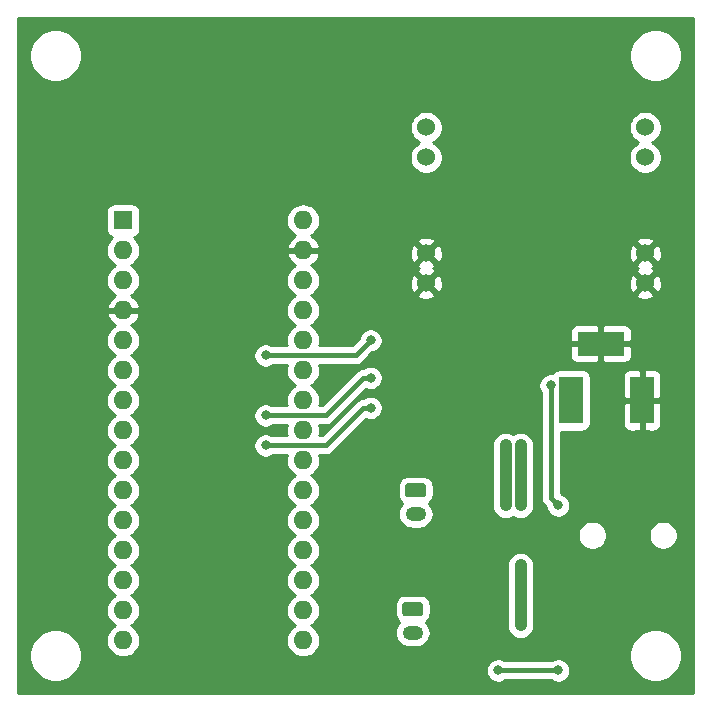
<source format=gbr>
G04 #@! TF.GenerationSoftware,KiCad,Pcbnew,(5.1.4-0)*
G04 #@! TF.CreationDate,2019-09-03T17:01:46-05:00*
G04 #@! TF.ProjectId,vacuum_pickup_tool,76616375-756d-45f7-9069-636b75705f74,rev?*
G04 #@! TF.SameCoordinates,Original*
G04 #@! TF.FileFunction,Copper,L2,Bot*
G04 #@! TF.FilePolarity,Positive*
%FSLAX46Y46*%
G04 Gerber Fmt 4.6, Leading zero omitted, Abs format (unit mm)*
G04 Created by KiCad (PCBNEW (5.1.4-0)) date 2019-09-03 17:01:46*
%MOMM*%
%LPD*%
G04 APERTURE LIST*
%ADD10R,2.000000X4.000000*%
%ADD11R,4.000000X2.000000*%
%ADD12O,1.750000X1.200000*%
%ADD13C,0.100000*%
%ADD14C,1.200000*%
%ADD15C,1.524000*%
%ADD16O,1.600000X1.600000*%
%ADD17R,1.600000X1.600000*%
%ADD18C,0.800000*%
%ADD19C,0.400000*%
%ADD20C,1.000000*%
%ADD21C,0.254000*%
G04 APERTURE END LIST*
D10*
X43650000Y-29210000D03*
X49650000Y-29210000D03*
D11*
X46150000Y-24410000D03*
D12*
X30480000Y-38830000D03*
D13*
G36*
X31129505Y-36231204D02*
G01*
X31153773Y-36234804D01*
X31177572Y-36240765D01*
X31200671Y-36249030D01*
X31222850Y-36259520D01*
X31243893Y-36272132D01*
X31263599Y-36286747D01*
X31281777Y-36303223D01*
X31298253Y-36321401D01*
X31312868Y-36341107D01*
X31325480Y-36362150D01*
X31335970Y-36384329D01*
X31344235Y-36407428D01*
X31350196Y-36431227D01*
X31353796Y-36455495D01*
X31355000Y-36479999D01*
X31355000Y-37180001D01*
X31353796Y-37204505D01*
X31350196Y-37228773D01*
X31344235Y-37252572D01*
X31335970Y-37275671D01*
X31325480Y-37297850D01*
X31312868Y-37318893D01*
X31298253Y-37338599D01*
X31281777Y-37356777D01*
X31263599Y-37373253D01*
X31243893Y-37387868D01*
X31222850Y-37400480D01*
X31200671Y-37410970D01*
X31177572Y-37419235D01*
X31153773Y-37425196D01*
X31129505Y-37428796D01*
X31105001Y-37430000D01*
X29854999Y-37430000D01*
X29830495Y-37428796D01*
X29806227Y-37425196D01*
X29782428Y-37419235D01*
X29759329Y-37410970D01*
X29737150Y-37400480D01*
X29716107Y-37387868D01*
X29696401Y-37373253D01*
X29678223Y-37356777D01*
X29661747Y-37338599D01*
X29647132Y-37318893D01*
X29634520Y-37297850D01*
X29624030Y-37275671D01*
X29615765Y-37252572D01*
X29609804Y-37228773D01*
X29606204Y-37204505D01*
X29605000Y-37180001D01*
X29605000Y-36479999D01*
X29606204Y-36455495D01*
X29609804Y-36431227D01*
X29615765Y-36407428D01*
X29624030Y-36384329D01*
X29634520Y-36362150D01*
X29647132Y-36341107D01*
X29661747Y-36321401D01*
X29678223Y-36303223D01*
X29696401Y-36286747D01*
X29716107Y-36272132D01*
X29737150Y-36259520D01*
X29759329Y-36249030D01*
X29782428Y-36240765D01*
X29806227Y-36234804D01*
X29830495Y-36231204D01*
X29854999Y-36230000D01*
X31105001Y-36230000D01*
X31129505Y-36231204D01*
X31129505Y-36231204D01*
G37*
D14*
X30480000Y-36830000D03*
D12*
X30226000Y-48895000D03*
D13*
G36*
X30875505Y-46296204D02*
G01*
X30899773Y-46299804D01*
X30923572Y-46305765D01*
X30946671Y-46314030D01*
X30968850Y-46324520D01*
X30989893Y-46337132D01*
X31009599Y-46351747D01*
X31027777Y-46368223D01*
X31044253Y-46386401D01*
X31058868Y-46406107D01*
X31071480Y-46427150D01*
X31081970Y-46449329D01*
X31090235Y-46472428D01*
X31096196Y-46496227D01*
X31099796Y-46520495D01*
X31101000Y-46544999D01*
X31101000Y-47245001D01*
X31099796Y-47269505D01*
X31096196Y-47293773D01*
X31090235Y-47317572D01*
X31081970Y-47340671D01*
X31071480Y-47362850D01*
X31058868Y-47383893D01*
X31044253Y-47403599D01*
X31027777Y-47421777D01*
X31009599Y-47438253D01*
X30989893Y-47452868D01*
X30968850Y-47465480D01*
X30946671Y-47475970D01*
X30923572Y-47484235D01*
X30899773Y-47490196D01*
X30875505Y-47493796D01*
X30851001Y-47495000D01*
X29600999Y-47495000D01*
X29576495Y-47493796D01*
X29552227Y-47490196D01*
X29528428Y-47484235D01*
X29505329Y-47475970D01*
X29483150Y-47465480D01*
X29462107Y-47452868D01*
X29442401Y-47438253D01*
X29424223Y-47421777D01*
X29407747Y-47403599D01*
X29393132Y-47383893D01*
X29380520Y-47362850D01*
X29370030Y-47340671D01*
X29361765Y-47317572D01*
X29355804Y-47293773D01*
X29352204Y-47269505D01*
X29351000Y-47245001D01*
X29351000Y-46544999D01*
X29352204Y-46520495D01*
X29355804Y-46496227D01*
X29361765Y-46472428D01*
X29370030Y-46449329D01*
X29380520Y-46427150D01*
X29393132Y-46406107D01*
X29407747Y-46386401D01*
X29424223Y-46368223D01*
X29442401Y-46351747D01*
X29462107Y-46337132D01*
X29483150Y-46324520D01*
X29505329Y-46314030D01*
X29528428Y-46305765D01*
X29552227Y-46299804D01*
X29576495Y-46296204D01*
X29600999Y-46295000D01*
X30851001Y-46295000D01*
X30875505Y-46296204D01*
X30875505Y-46296204D01*
G37*
D14*
X30226000Y-46895000D03*
D15*
X31369000Y-19304000D03*
X31369000Y-16764000D03*
X31369000Y-6096000D03*
X31360000Y-8636000D03*
X49911000Y-6096000D03*
X49902000Y-8636000D03*
X49911000Y-19304000D03*
X49911000Y-16764000D03*
D16*
X20955000Y-49530000D03*
X5715000Y-49530000D03*
X20955000Y-13970000D03*
X5715000Y-46990000D03*
X20955000Y-16510000D03*
X5715000Y-44450000D03*
X20955000Y-19050000D03*
X5715000Y-41910000D03*
X20955000Y-21590000D03*
X5715000Y-39370000D03*
X20955000Y-24130000D03*
X5715000Y-36830000D03*
X20955000Y-26670000D03*
X5715000Y-34290000D03*
X20955000Y-29210000D03*
X5715000Y-31750000D03*
X20955000Y-31750000D03*
X5715000Y-29210000D03*
X20955000Y-34290000D03*
X5715000Y-26670000D03*
X20955000Y-36830000D03*
X5715000Y-24130000D03*
X20955000Y-39370000D03*
X5715000Y-21590000D03*
X20955000Y-41910000D03*
X5715000Y-19050000D03*
X20955000Y-44450000D03*
X5715000Y-16510000D03*
X20955000Y-46990000D03*
D17*
X5715000Y-13970000D03*
D18*
X27305000Y-26035000D03*
X27305000Y-28575000D03*
X28575000Y-26035000D03*
X28575000Y-28575000D03*
X52705000Y-29210000D03*
X51435000Y-29210000D03*
X44450000Y-33020000D03*
X51435000Y-33020000D03*
X51435000Y-34290000D03*
X44435000Y-34305000D03*
X45085000Y-50800000D03*
X17780000Y-25400000D03*
X26670000Y-24130000D03*
X41910000Y-27940000D03*
X42545000Y-38100000D03*
X26670000Y-27305000D03*
X17780000Y-30480000D03*
X17780000Y-33020000D03*
X26670000Y-29845000D03*
X38100000Y-33020000D03*
X38100000Y-38100000D03*
X39370000Y-33020000D03*
X39370000Y-38100000D03*
X39370000Y-43180000D03*
X39370000Y-48260000D03*
X42545000Y-52070000D03*
X37465000Y-52070000D03*
D19*
X25400000Y-25400000D02*
X17780000Y-25400000D01*
X26670000Y-24130000D02*
X25400000Y-25400000D01*
X41910000Y-37465000D02*
X41910000Y-27940000D01*
X42545000Y-38100000D02*
X41910000Y-37465000D01*
X26670000Y-27305000D02*
X26035000Y-27305000D01*
X26035000Y-27305000D02*
X22860000Y-30480000D01*
X22860000Y-30480000D02*
X17780000Y-30480000D01*
X17780000Y-33020000D02*
X22860000Y-33020000D01*
X22860000Y-33020000D02*
X26035000Y-29845000D01*
X26035000Y-29845000D02*
X26670000Y-29845000D01*
D20*
X38100000Y-33020000D02*
X38100000Y-38100000D01*
X39370000Y-33020000D02*
X39370000Y-38100000D01*
X39370000Y-43180000D02*
X39370000Y-48260000D01*
D19*
X42545000Y-52070000D02*
X37465000Y-52070000D01*
D21*
G36*
X53950001Y-53950000D02*
G01*
X-3150000Y-53950000D01*
X-3150000Y-50579872D01*
X-2235000Y-50579872D01*
X-2235000Y-51020128D01*
X-2149110Y-51451925D01*
X-1980631Y-51858669D01*
X-1736038Y-52224729D01*
X-1424729Y-52536038D01*
X-1058669Y-52780631D01*
X-651925Y-52949110D01*
X-220128Y-53035000D01*
X220128Y-53035000D01*
X651925Y-52949110D01*
X1058669Y-52780631D01*
X1424729Y-52536038D01*
X1736038Y-52224729D01*
X1907537Y-51968061D01*
X36430000Y-51968061D01*
X36430000Y-52171939D01*
X36469774Y-52371898D01*
X36547795Y-52560256D01*
X36661063Y-52729774D01*
X36805226Y-52873937D01*
X36974744Y-52987205D01*
X37163102Y-53065226D01*
X37363061Y-53105000D01*
X37566939Y-53105000D01*
X37766898Y-53065226D01*
X37955256Y-52987205D01*
X38078285Y-52905000D01*
X41931715Y-52905000D01*
X42054744Y-52987205D01*
X42243102Y-53065226D01*
X42443061Y-53105000D01*
X42646939Y-53105000D01*
X42846898Y-53065226D01*
X43035256Y-52987205D01*
X43204774Y-52873937D01*
X43348937Y-52729774D01*
X43462205Y-52560256D01*
X43540226Y-52371898D01*
X43580000Y-52171939D01*
X43580000Y-51968061D01*
X43540226Y-51768102D01*
X43462205Y-51579744D01*
X43348937Y-51410226D01*
X43204774Y-51266063D01*
X43035256Y-51152795D01*
X42846898Y-51074774D01*
X42646939Y-51035000D01*
X42443061Y-51035000D01*
X42243102Y-51074774D01*
X42054744Y-51152795D01*
X41931715Y-51235000D01*
X38078285Y-51235000D01*
X37955256Y-51152795D01*
X37766898Y-51074774D01*
X37566939Y-51035000D01*
X37363061Y-51035000D01*
X37163102Y-51074774D01*
X36974744Y-51152795D01*
X36805226Y-51266063D01*
X36661063Y-51410226D01*
X36547795Y-51579744D01*
X36469774Y-51768102D01*
X36430000Y-51968061D01*
X1907537Y-51968061D01*
X1980631Y-51858669D01*
X2149110Y-51451925D01*
X2235000Y-51020128D01*
X2235000Y-50579872D01*
X2149110Y-50148075D01*
X1980631Y-49741331D01*
X1736038Y-49375271D01*
X1424729Y-49063962D01*
X1058669Y-48819369D01*
X651925Y-48650890D01*
X220128Y-48565000D01*
X-220128Y-48565000D01*
X-651925Y-48650890D01*
X-1058669Y-48819369D01*
X-1424729Y-49063962D01*
X-1736038Y-49375271D01*
X-1980631Y-49741331D01*
X-2149110Y-50148075D01*
X-2235000Y-50579872D01*
X-3150000Y-50579872D01*
X-3150000Y-24130000D01*
X4273057Y-24130000D01*
X4300764Y-24411309D01*
X4382818Y-24681808D01*
X4516068Y-24931101D01*
X4695392Y-25149608D01*
X4913899Y-25328932D01*
X5046858Y-25400000D01*
X4913899Y-25471068D01*
X4695392Y-25650392D01*
X4516068Y-25868899D01*
X4382818Y-26118192D01*
X4300764Y-26388691D01*
X4273057Y-26670000D01*
X4300764Y-26951309D01*
X4382818Y-27221808D01*
X4516068Y-27471101D01*
X4695392Y-27689608D01*
X4913899Y-27868932D01*
X5046858Y-27940000D01*
X4913899Y-28011068D01*
X4695392Y-28190392D01*
X4516068Y-28408899D01*
X4382818Y-28658192D01*
X4300764Y-28928691D01*
X4273057Y-29210000D01*
X4300764Y-29491309D01*
X4382818Y-29761808D01*
X4516068Y-30011101D01*
X4695392Y-30229608D01*
X4913899Y-30408932D01*
X5046858Y-30480000D01*
X4913899Y-30551068D01*
X4695392Y-30730392D01*
X4516068Y-30948899D01*
X4382818Y-31198192D01*
X4300764Y-31468691D01*
X4273057Y-31750000D01*
X4300764Y-32031309D01*
X4382818Y-32301808D01*
X4516068Y-32551101D01*
X4695392Y-32769608D01*
X4913899Y-32948932D01*
X5046858Y-33020000D01*
X4913899Y-33091068D01*
X4695392Y-33270392D01*
X4516068Y-33488899D01*
X4382818Y-33738192D01*
X4300764Y-34008691D01*
X4273057Y-34290000D01*
X4300764Y-34571309D01*
X4382818Y-34841808D01*
X4516068Y-35091101D01*
X4695392Y-35309608D01*
X4913899Y-35488932D01*
X5046858Y-35560000D01*
X4913899Y-35631068D01*
X4695392Y-35810392D01*
X4516068Y-36028899D01*
X4382818Y-36278192D01*
X4300764Y-36548691D01*
X4273057Y-36830000D01*
X4300764Y-37111309D01*
X4382818Y-37381808D01*
X4516068Y-37631101D01*
X4695392Y-37849608D01*
X4913899Y-38028932D01*
X5046858Y-38100000D01*
X4913899Y-38171068D01*
X4695392Y-38350392D01*
X4516068Y-38568899D01*
X4382818Y-38818192D01*
X4300764Y-39088691D01*
X4273057Y-39370000D01*
X4300764Y-39651309D01*
X4382818Y-39921808D01*
X4516068Y-40171101D01*
X4695392Y-40389608D01*
X4913899Y-40568932D01*
X5046858Y-40640000D01*
X4913899Y-40711068D01*
X4695392Y-40890392D01*
X4516068Y-41108899D01*
X4382818Y-41358192D01*
X4300764Y-41628691D01*
X4273057Y-41910000D01*
X4300764Y-42191309D01*
X4382818Y-42461808D01*
X4516068Y-42711101D01*
X4695392Y-42929608D01*
X4913899Y-43108932D01*
X5046858Y-43180000D01*
X4913899Y-43251068D01*
X4695392Y-43430392D01*
X4516068Y-43648899D01*
X4382818Y-43898192D01*
X4300764Y-44168691D01*
X4273057Y-44450000D01*
X4300764Y-44731309D01*
X4382818Y-45001808D01*
X4516068Y-45251101D01*
X4695392Y-45469608D01*
X4913899Y-45648932D01*
X5046858Y-45720000D01*
X4913899Y-45791068D01*
X4695392Y-45970392D01*
X4516068Y-46188899D01*
X4382818Y-46438192D01*
X4300764Y-46708691D01*
X4273057Y-46990000D01*
X4300764Y-47271309D01*
X4382818Y-47541808D01*
X4516068Y-47791101D01*
X4695392Y-48009608D01*
X4913899Y-48188932D01*
X5046858Y-48260000D01*
X4913899Y-48331068D01*
X4695392Y-48510392D01*
X4516068Y-48728899D01*
X4382818Y-48978192D01*
X4300764Y-49248691D01*
X4273057Y-49530000D01*
X4300764Y-49811309D01*
X4382818Y-50081808D01*
X4516068Y-50331101D01*
X4695392Y-50549608D01*
X4913899Y-50728932D01*
X5163192Y-50862182D01*
X5433691Y-50944236D01*
X5644508Y-50965000D01*
X5785492Y-50965000D01*
X5996309Y-50944236D01*
X6266808Y-50862182D01*
X6516101Y-50728932D01*
X6734608Y-50549608D01*
X6913932Y-50331101D01*
X7047182Y-50081808D01*
X7129236Y-49811309D01*
X7156943Y-49530000D01*
X7129236Y-49248691D01*
X7047182Y-48978192D01*
X6913932Y-48728899D01*
X6734608Y-48510392D01*
X6516101Y-48331068D01*
X6383142Y-48260000D01*
X6516101Y-48188932D01*
X6734608Y-48009608D01*
X6913932Y-47791101D01*
X7047182Y-47541808D01*
X7129236Y-47271309D01*
X7156943Y-46990000D01*
X7129236Y-46708691D01*
X7047182Y-46438192D01*
X6913932Y-46188899D01*
X6734608Y-45970392D01*
X6516101Y-45791068D01*
X6383142Y-45720000D01*
X6516101Y-45648932D01*
X6734608Y-45469608D01*
X6913932Y-45251101D01*
X7047182Y-45001808D01*
X7129236Y-44731309D01*
X7156943Y-44450000D01*
X7129236Y-44168691D01*
X7047182Y-43898192D01*
X6913932Y-43648899D01*
X6734608Y-43430392D01*
X6516101Y-43251068D01*
X6383142Y-43180000D01*
X6516101Y-43108932D01*
X6734608Y-42929608D01*
X6913932Y-42711101D01*
X7047182Y-42461808D01*
X7129236Y-42191309D01*
X7156943Y-41910000D01*
X7129236Y-41628691D01*
X7047182Y-41358192D01*
X6913932Y-41108899D01*
X6734608Y-40890392D01*
X6516101Y-40711068D01*
X6383142Y-40640000D01*
X6516101Y-40568932D01*
X6734608Y-40389608D01*
X6913932Y-40171101D01*
X7047182Y-39921808D01*
X7129236Y-39651309D01*
X7156943Y-39370000D01*
X7129236Y-39088691D01*
X7047182Y-38818192D01*
X6913932Y-38568899D01*
X6734608Y-38350392D01*
X6516101Y-38171068D01*
X6383142Y-38100000D01*
X6516101Y-38028932D01*
X6734608Y-37849608D01*
X6913932Y-37631101D01*
X7047182Y-37381808D01*
X7129236Y-37111309D01*
X7156943Y-36830000D01*
X7129236Y-36548691D01*
X7047182Y-36278192D01*
X6913932Y-36028899D01*
X6734608Y-35810392D01*
X6516101Y-35631068D01*
X6383142Y-35560000D01*
X6516101Y-35488932D01*
X6734608Y-35309608D01*
X6913932Y-35091101D01*
X7047182Y-34841808D01*
X7129236Y-34571309D01*
X7156943Y-34290000D01*
X7129236Y-34008691D01*
X7047182Y-33738192D01*
X6913932Y-33488899D01*
X6734608Y-33270392D01*
X6516101Y-33091068D01*
X6383142Y-33020000D01*
X6516101Y-32948932D01*
X6734608Y-32769608D01*
X6913932Y-32551101D01*
X7047182Y-32301808D01*
X7129236Y-32031309D01*
X7156943Y-31750000D01*
X7129236Y-31468691D01*
X7047182Y-31198192D01*
X6913932Y-30948899D01*
X6734608Y-30730392D01*
X6516101Y-30551068D01*
X6383142Y-30480000D01*
X6516101Y-30408932D01*
X6734608Y-30229608D01*
X6913932Y-30011101D01*
X7047182Y-29761808D01*
X7129236Y-29491309D01*
X7156943Y-29210000D01*
X7129236Y-28928691D01*
X7047182Y-28658192D01*
X6913932Y-28408899D01*
X6734608Y-28190392D01*
X6516101Y-28011068D01*
X6383142Y-27940000D01*
X6516101Y-27868932D01*
X6734608Y-27689608D01*
X6913932Y-27471101D01*
X7047182Y-27221808D01*
X7129236Y-26951309D01*
X7156943Y-26670000D01*
X7129236Y-26388691D01*
X7047182Y-26118192D01*
X6913932Y-25868899D01*
X6734608Y-25650392D01*
X6516101Y-25471068D01*
X6383142Y-25400000D01*
X6516101Y-25328932D01*
X6553717Y-25298061D01*
X16745000Y-25298061D01*
X16745000Y-25501939D01*
X16784774Y-25701898D01*
X16862795Y-25890256D01*
X16976063Y-26059774D01*
X17120226Y-26203937D01*
X17289744Y-26317205D01*
X17478102Y-26395226D01*
X17678061Y-26435000D01*
X17881939Y-26435000D01*
X18081898Y-26395226D01*
X18270256Y-26317205D01*
X18393285Y-26235000D01*
X19587385Y-26235000D01*
X19540764Y-26388691D01*
X19513057Y-26670000D01*
X19540764Y-26951309D01*
X19622818Y-27221808D01*
X19756068Y-27471101D01*
X19935392Y-27689608D01*
X20153899Y-27868932D01*
X20286858Y-27940000D01*
X20153899Y-28011068D01*
X19935392Y-28190392D01*
X19756068Y-28408899D01*
X19622818Y-28658192D01*
X19540764Y-28928691D01*
X19513057Y-29210000D01*
X19540764Y-29491309D01*
X19587385Y-29645000D01*
X18393285Y-29645000D01*
X18270256Y-29562795D01*
X18081898Y-29484774D01*
X17881939Y-29445000D01*
X17678061Y-29445000D01*
X17478102Y-29484774D01*
X17289744Y-29562795D01*
X17120226Y-29676063D01*
X16976063Y-29820226D01*
X16862795Y-29989744D01*
X16784774Y-30178102D01*
X16745000Y-30378061D01*
X16745000Y-30581939D01*
X16784774Y-30781898D01*
X16862795Y-30970256D01*
X16976063Y-31139774D01*
X17120226Y-31283937D01*
X17289744Y-31397205D01*
X17478102Y-31475226D01*
X17678061Y-31515000D01*
X17881939Y-31515000D01*
X18081898Y-31475226D01*
X18270256Y-31397205D01*
X18393285Y-31315000D01*
X19587385Y-31315000D01*
X19540764Y-31468691D01*
X19513057Y-31750000D01*
X19540764Y-32031309D01*
X19587385Y-32185000D01*
X18393285Y-32185000D01*
X18270256Y-32102795D01*
X18081898Y-32024774D01*
X17881939Y-31985000D01*
X17678061Y-31985000D01*
X17478102Y-32024774D01*
X17289744Y-32102795D01*
X17120226Y-32216063D01*
X16976063Y-32360226D01*
X16862795Y-32529744D01*
X16784774Y-32718102D01*
X16745000Y-32918061D01*
X16745000Y-33121939D01*
X16784774Y-33321898D01*
X16862795Y-33510256D01*
X16976063Y-33679774D01*
X17120226Y-33823937D01*
X17289744Y-33937205D01*
X17478102Y-34015226D01*
X17678061Y-34055000D01*
X17881939Y-34055000D01*
X18081898Y-34015226D01*
X18270256Y-33937205D01*
X18393285Y-33855000D01*
X19587385Y-33855000D01*
X19540764Y-34008691D01*
X19513057Y-34290000D01*
X19540764Y-34571309D01*
X19622818Y-34841808D01*
X19756068Y-35091101D01*
X19935392Y-35309608D01*
X20153899Y-35488932D01*
X20286858Y-35560000D01*
X20153899Y-35631068D01*
X19935392Y-35810392D01*
X19756068Y-36028899D01*
X19622818Y-36278192D01*
X19540764Y-36548691D01*
X19513057Y-36830000D01*
X19540764Y-37111309D01*
X19622818Y-37381808D01*
X19756068Y-37631101D01*
X19935392Y-37849608D01*
X20153899Y-38028932D01*
X20286858Y-38100000D01*
X20153899Y-38171068D01*
X19935392Y-38350392D01*
X19756068Y-38568899D01*
X19622818Y-38818192D01*
X19540764Y-39088691D01*
X19513057Y-39370000D01*
X19540764Y-39651309D01*
X19622818Y-39921808D01*
X19756068Y-40171101D01*
X19935392Y-40389608D01*
X20153899Y-40568932D01*
X20286858Y-40640000D01*
X20153899Y-40711068D01*
X19935392Y-40890392D01*
X19756068Y-41108899D01*
X19622818Y-41358192D01*
X19540764Y-41628691D01*
X19513057Y-41910000D01*
X19540764Y-42191309D01*
X19622818Y-42461808D01*
X19756068Y-42711101D01*
X19935392Y-42929608D01*
X20153899Y-43108932D01*
X20286858Y-43180000D01*
X20153899Y-43251068D01*
X19935392Y-43430392D01*
X19756068Y-43648899D01*
X19622818Y-43898192D01*
X19540764Y-44168691D01*
X19513057Y-44450000D01*
X19540764Y-44731309D01*
X19622818Y-45001808D01*
X19756068Y-45251101D01*
X19935392Y-45469608D01*
X20153899Y-45648932D01*
X20286858Y-45720000D01*
X20153899Y-45791068D01*
X19935392Y-45970392D01*
X19756068Y-46188899D01*
X19622818Y-46438192D01*
X19540764Y-46708691D01*
X19513057Y-46990000D01*
X19540764Y-47271309D01*
X19622818Y-47541808D01*
X19756068Y-47791101D01*
X19935392Y-48009608D01*
X20153899Y-48188932D01*
X20286858Y-48260000D01*
X20153899Y-48331068D01*
X19935392Y-48510392D01*
X19756068Y-48728899D01*
X19622818Y-48978192D01*
X19540764Y-49248691D01*
X19513057Y-49530000D01*
X19540764Y-49811309D01*
X19622818Y-50081808D01*
X19756068Y-50331101D01*
X19935392Y-50549608D01*
X20153899Y-50728932D01*
X20403192Y-50862182D01*
X20673691Y-50944236D01*
X20884508Y-50965000D01*
X21025492Y-50965000D01*
X21236309Y-50944236D01*
X21506808Y-50862182D01*
X21756101Y-50728932D01*
X21937731Y-50579872D01*
X48565000Y-50579872D01*
X48565000Y-51020128D01*
X48650890Y-51451925D01*
X48819369Y-51858669D01*
X49063962Y-52224729D01*
X49375271Y-52536038D01*
X49741331Y-52780631D01*
X50148075Y-52949110D01*
X50579872Y-53035000D01*
X51020128Y-53035000D01*
X51451925Y-52949110D01*
X51858669Y-52780631D01*
X52224729Y-52536038D01*
X52536038Y-52224729D01*
X52780631Y-51858669D01*
X52949110Y-51451925D01*
X53035000Y-51020128D01*
X53035000Y-50579872D01*
X52949110Y-50148075D01*
X52780631Y-49741331D01*
X52536038Y-49375271D01*
X52224729Y-49063962D01*
X51858669Y-48819369D01*
X51451925Y-48650890D01*
X51020128Y-48565000D01*
X50579872Y-48565000D01*
X50148075Y-48650890D01*
X49741331Y-48819369D01*
X49375271Y-49063962D01*
X49063962Y-49375271D01*
X48819369Y-49741331D01*
X48650890Y-50148075D01*
X48565000Y-50579872D01*
X21937731Y-50579872D01*
X21974608Y-50549608D01*
X22153932Y-50331101D01*
X22287182Y-50081808D01*
X22369236Y-49811309D01*
X22396943Y-49530000D01*
X22369236Y-49248691D01*
X22287182Y-48978192D01*
X22242715Y-48895000D01*
X28710025Y-48895000D01*
X28733870Y-49137102D01*
X28804489Y-49369901D01*
X28919167Y-49584449D01*
X29073498Y-49772502D01*
X29261551Y-49926833D01*
X29476099Y-50041511D01*
X29708898Y-50112130D01*
X29890335Y-50130000D01*
X30561665Y-50130000D01*
X30743102Y-50112130D01*
X30975901Y-50041511D01*
X31190449Y-49926833D01*
X31378502Y-49772502D01*
X31532833Y-49584449D01*
X31647511Y-49369901D01*
X31718130Y-49137102D01*
X31741975Y-48895000D01*
X31718130Y-48652898D01*
X31647511Y-48420099D01*
X31532833Y-48205551D01*
X31378502Y-48017498D01*
X31339889Y-47985809D01*
X31344387Y-47983405D01*
X31478962Y-47872962D01*
X31589405Y-47738387D01*
X31671472Y-47584851D01*
X31722008Y-47418255D01*
X31739072Y-47245001D01*
X31739072Y-46544999D01*
X31722008Y-46371745D01*
X31671472Y-46205149D01*
X31589405Y-46051613D01*
X31478962Y-45917038D01*
X31344387Y-45806595D01*
X31190851Y-45724528D01*
X31024255Y-45673992D01*
X30851001Y-45656928D01*
X29600999Y-45656928D01*
X29427745Y-45673992D01*
X29261149Y-45724528D01*
X29107613Y-45806595D01*
X28973038Y-45917038D01*
X28862595Y-46051613D01*
X28780528Y-46205149D01*
X28729992Y-46371745D01*
X28712928Y-46544999D01*
X28712928Y-47245001D01*
X28729992Y-47418255D01*
X28780528Y-47584851D01*
X28862595Y-47738387D01*
X28973038Y-47872962D01*
X29107613Y-47983405D01*
X29112111Y-47985809D01*
X29073498Y-48017498D01*
X28919167Y-48205551D01*
X28804489Y-48420099D01*
X28733870Y-48652898D01*
X28710025Y-48895000D01*
X22242715Y-48895000D01*
X22153932Y-48728899D01*
X21974608Y-48510392D01*
X21756101Y-48331068D01*
X21623142Y-48260000D01*
X21756101Y-48188932D01*
X21974608Y-48009608D01*
X22153932Y-47791101D01*
X22287182Y-47541808D01*
X22369236Y-47271309D01*
X22396943Y-46990000D01*
X22369236Y-46708691D01*
X22287182Y-46438192D01*
X22153932Y-46188899D01*
X21974608Y-45970392D01*
X21756101Y-45791068D01*
X21623142Y-45720000D01*
X21756101Y-45648932D01*
X21974608Y-45469608D01*
X22153932Y-45251101D01*
X22287182Y-45001808D01*
X22369236Y-44731309D01*
X22396943Y-44450000D01*
X22369236Y-44168691D01*
X22287182Y-43898192D01*
X22153932Y-43648899D01*
X21974608Y-43430392D01*
X21756101Y-43251068D01*
X21623142Y-43180000D01*
X21727444Y-43124249D01*
X38235000Y-43124249D01*
X38235001Y-48315752D01*
X38251424Y-48482499D01*
X38316325Y-48696447D01*
X38421717Y-48893623D01*
X38563552Y-49066449D01*
X38736378Y-49208284D01*
X38933554Y-49313676D01*
X39147502Y-49378577D01*
X39370000Y-49400491D01*
X39592499Y-49378577D01*
X39806447Y-49313676D01*
X40003623Y-49208284D01*
X40176449Y-49066449D01*
X40318284Y-48893623D01*
X40423676Y-48696447D01*
X40488577Y-48482499D01*
X40505000Y-48315752D01*
X40505000Y-43124248D01*
X40488577Y-42957501D01*
X40423676Y-42743553D01*
X40318284Y-42546377D01*
X40176449Y-42373551D01*
X40003623Y-42231716D01*
X39806446Y-42126324D01*
X39592498Y-42061423D01*
X39370000Y-42039509D01*
X39147501Y-42061423D01*
X38933553Y-42126324D01*
X38736377Y-42231716D01*
X38563551Y-42373551D01*
X38421716Y-42546377D01*
X38316324Y-42743554D01*
X38251423Y-42957502D01*
X38235000Y-43124249D01*
X21727444Y-43124249D01*
X21756101Y-43108932D01*
X21974608Y-42929608D01*
X22153932Y-42711101D01*
X22287182Y-42461808D01*
X22369236Y-42191309D01*
X22396943Y-41910000D01*
X22369236Y-41628691D01*
X22287182Y-41358192D01*
X22153932Y-41108899D01*
X21974608Y-40890392D01*
X21756101Y-40711068D01*
X21623142Y-40640000D01*
X21756101Y-40568932D01*
X21817719Y-40518363D01*
X44200000Y-40518363D01*
X44200000Y-40761637D01*
X44247460Y-41000236D01*
X44340557Y-41224992D01*
X44475713Y-41427267D01*
X44647733Y-41599287D01*
X44850008Y-41734443D01*
X45074764Y-41827540D01*
X45313363Y-41875000D01*
X45556637Y-41875000D01*
X45795236Y-41827540D01*
X46019992Y-41734443D01*
X46222267Y-41599287D01*
X46394287Y-41427267D01*
X46529443Y-41224992D01*
X46622540Y-41000236D01*
X46670000Y-40761637D01*
X46670000Y-40518363D01*
X50200000Y-40518363D01*
X50200000Y-40761637D01*
X50247460Y-41000236D01*
X50340557Y-41224992D01*
X50475713Y-41427267D01*
X50647733Y-41599287D01*
X50850008Y-41734443D01*
X51074764Y-41827540D01*
X51313363Y-41875000D01*
X51556637Y-41875000D01*
X51795236Y-41827540D01*
X52019992Y-41734443D01*
X52222267Y-41599287D01*
X52394287Y-41427267D01*
X52529443Y-41224992D01*
X52622540Y-41000236D01*
X52670000Y-40761637D01*
X52670000Y-40518363D01*
X52622540Y-40279764D01*
X52529443Y-40055008D01*
X52394287Y-39852733D01*
X52222267Y-39680713D01*
X52019992Y-39545557D01*
X51795236Y-39452460D01*
X51556637Y-39405000D01*
X51313363Y-39405000D01*
X51074764Y-39452460D01*
X50850008Y-39545557D01*
X50647733Y-39680713D01*
X50475713Y-39852733D01*
X50340557Y-40055008D01*
X50247460Y-40279764D01*
X50200000Y-40518363D01*
X46670000Y-40518363D01*
X46622540Y-40279764D01*
X46529443Y-40055008D01*
X46394287Y-39852733D01*
X46222267Y-39680713D01*
X46019992Y-39545557D01*
X45795236Y-39452460D01*
X45556637Y-39405000D01*
X45313363Y-39405000D01*
X45074764Y-39452460D01*
X44850008Y-39545557D01*
X44647733Y-39680713D01*
X44475713Y-39852733D01*
X44340557Y-40055008D01*
X44247460Y-40279764D01*
X44200000Y-40518363D01*
X21817719Y-40518363D01*
X21974608Y-40389608D01*
X22153932Y-40171101D01*
X22287182Y-39921808D01*
X22369236Y-39651309D01*
X22396943Y-39370000D01*
X22369236Y-39088691D01*
X22290764Y-38830000D01*
X28964025Y-38830000D01*
X28987870Y-39072102D01*
X29058489Y-39304901D01*
X29173167Y-39519449D01*
X29327498Y-39707502D01*
X29515551Y-39861833D01*
X29730099Y-39976511D01*
X29962898Y-40047130D01*
X30144335Y-40065000D01*
X30815665Y-40065000D01*
X30997102Y-40047130D01*
X31229901Y-39976511D01*
X31444449Y-39861833D01*
X31632502Y-39707502D01*
X31786833Y-39519449D01*
X31901511Y-39304901D01*
X31972130Y-39072102D01*
X31995975Y-38830000D01*
X31972130Y-38587898D01*
X31901511Y-38355099D01*
X31786833Y-38140551D01*
X31632502Y-37952498D01*
X31593889Y-37920809D01*
X31598387Y-37918405D01*
X31732962Y-37807962D01*
X31843405Y-37673387D01*
X31925472Y-37519851D01*
X31976008Y-37353255D01*
X31993072Y-37180001D01*
X31993072Y-36479999D01*
X31976008Y-36306745D01*
X31925472Y-36140149D01*
X31843405Y-35986613D01*
X31732962Y-35852038D01*
X31598387Y-35741595D01*
X31444851Y-35659528D01*
X31278255Y-35608992D01*
X31105001Y-35591928D01*
X29854999Y-35591928D01*
X29681745Y-35608992D01*
X29515149Y-35659528D01*
X29361613Y-35741595D01*
X29227038Y-35852038D01*
X29116595Y-35986613D01*
X29034528Y-36140149D01*
X28983992Y-36306745D01*
X28966928Y-36479999D01*
X28966928Y-37180001D01*
X28983992Y-37353255D01*
X29034528Y-37519851D01*
X29116595Y-37673387D01*
X29227038Y-37807962D01*
X29361613Y-37918405D01*
X29366111Y-37920809D01*
X29327498Y-37952498D01*
X29173167Y-38140551D01*
X29058489Y-38355099D01*
X28987870Y-38587898D01*
X28964025Y-38830000D01*
X22290764Y-38830000D01*
X22287182Y-38818192D01*
X22153932Y-38568899D01*
X21974608Y-38350392D01*
X21756101Y-38171068D01*
X21623142Y-38100000D01*
X21756101Y-38028932D01*
X21974608Y-37849608D01*
X22153932Y-37631101D01*
X22287182Y-37381808D01*
X22369236Y-37111309D01*
X22396943Y-36830000D01*
X22369236Y-36548691D01*
X22287182Y-36278192D01*
X22153932Y-36028899D01*
X21974608Y-35810392D01*
X21756101Y-35631068D01*
X21623142Y-35560000D01*
X21756101Y-35488932D01*
X21974608Y-35309608D01*
X22153932Y-35091101D01*
X22287182Y-34841808D01*
X22369236Y-34571309D01*
X22396943Y-34290000D01*
X22369236Y-34008691D01*
X22322615Y-33855000D01*
X22818982Y-33855000D01*
X22860000Y-33859040D01*
X22901018Y-33855000D01*
X22901019Y-33855000D01*
X23023689Y-33842918D01*
X23181087Y-33795172D01*
X23326146Y-33717636D01*
X23453291Y-33613291D01*
X23479446Y-33581421D01*
X24096618Y-32964249D01*
X36965000Y-32964249D01*
X36965001Y-38155752D01*
X36981424Y-38322499D01*
X37046325Y-38536447D01*
X37151717Y-38733623D01*
X37293552Y-38906449D01*
X37466378Y-39048284D01*
X37663554Y-39153676D01*
X37877502Y-39218577D01*
X38100000Y-39240491D01*
X38322499Y-39218577D01*
X38536447Y-39153676D01*
X38733623Y-39048284D01*
X38735000Y-39047154D01*
X38736378Y-39048284D01*
X38933554Y-39153676D01*
X39147502Y-39218577D01*
X39370000Y-39240491D01*
X39592499Y-39218577D01*
X39806447Y-39153676D01*
X40003623Y-39048284D01*
X40176449Y-38906449D01*
X40318284Y-38733623D01*
X40423676Y-38536447D01*
X40488577Y-38322499D01*
X40505000Y-38155752D01*
X40505000Y-32964248D01*
X40488577Y-32797501D01*
X40423676Y-32583553D01*
X40318284Y-32386377D01*
X40176449Y-32213551D01*
X40003623Y-32071716D01*
X39806446Y-31966324D01*
X39592498Y-31901423D01*
X39370000Y-31879509D01*
X39147501Y-31901423D01*
X38933553Y-31966324D01*
X38736377Y-32071716D01*
X38735000Y-32072846D01*
X38733623Y-32071716D01*
X38536446Y-31966324D01*
X38322498Y-31901423D01*
X38100000Y-31879509D01*
X37877501Y-31901423D01*
X37663553Y-31966324D01*
X37466377Y-32071716D01*
X37293551Y-32213551D01*
X37151716Y-32386377D01*
X37046324Y-32583554D01*
X36981423Y-32797502D01*
X36965000Y-32964249D01*
X24096618Y-32964249D01*
X26263832Y-30797036D01*
X26368102Y-30840226D01*
X26568061Y-30880000D01*
X26771939Y-30880000D01*
X26971898Y-30840226D01*
X27160256Y-30762205D01*
X27329774Y-30648937D01*
X27473937Y-30504774D01*
X27587205Y-30335256D01*
X27665226Y-30146898D01*
X27705000Y-29946939D01*
X27705000Y-29743061D01*
X27665226Y-29543102D01*
X27587205Y-29354744D01*
X27473937Y-29185226D01*
X27329774Y-29041063D01*
X27160256Y-28927795D01*
X26971898Y-28849774D01*
X26771939Y-28810000D01*
X26568061Y-28810000D01*
X26368102Y-28849774D01*
X26179744Y-28927795D01*
X26059195Y-29008343D01*
X26034999Y-29005960D01*
X25993981Y-29010000D01*
X25871311Y-29022082D01*
X25713913Y-29069828D01*
X25568854Y-29147364D01*
X25441709Y-29251709D01*
X25415559Y-29283573D01*
X22514133Y-32185000D01*
X22322615Y-32185000D01*
X22369236Y-32031309D01*
X22396943Y-31750000D01*
X22369236Y-31468691D01*
X22322615Y-31315000D01*
X22818982Y-31315000D01*
X22860000Y-31319040D01*
X22901018Y-31315000D01*
X22901019Y-31315000D01*
X23023689Y-31302918D01*
X23181087Y-31255172D01*
X23326146Y-31177636D01*
X23453291Y-31073291D01*
X23479446Y-31041421D01*
X26263832Y-28257036D01*
X26368102Y-28300226D01*
X26568061Y-28340000D01*
X26771939Y-28340000D01*
X26971898Y-28300226D01*
X27160256Y-28222205D01*
X27329774Y-28108937D01*
X27473937Y-27964774D01*
X27558603Y-27838061D01*
X40875000Y-27838061D01*
X40875000Y-28041939D01*
X40914774Y-28241898D01*
X40992795Y-28430256D01*
X41075001Y-28553286D01*
X41075000Y-37423981D01*
X41070960Y-37465000D01*
X41075000Y-37506018D01*
X41087082Y-37628688D01*
X41134828Y-37786086D01*
X41212364Y-37931145D01*
X41316709Y-38058291D01*
X41348578Y-38084445D01*
X41520908Y-38256775D01*
X41549774Y-38401898D01*
X41627795Y-38590256D01*
X41741063Y-38759774D01*
X41885226Y-38903937D01*
X42054744Y-39017205D01*
X42243102Y-39095226D01*
X42443061Y-39135000D01*
X42646939Y-39135000D01*
X42846898Y-39095226D01*
X43035256Y-39017205D01*
X43204774Y-38903937D01*
X43348937Y-38759774D01*
X43462205Y-38590256D01*
X43540226Y-38401898D01*
X43580000Y-38201939D01*
X43580000Y-37998061D01*
X43540226Y-37798102D01*
X43462205Y-37609744D01*
X43348937Y-37440226D01*
X43204774Y-37296063D01*
X43035256Y-37182795D01*
X42846898Y-37104774D01*
X42745000Y-37084505D01*
X42745000Y-31848072D01*
X44650000Y-31848072D01*
X44774482Y-31835812D01*
X44894180Y-31799502D01*
X45004494Y-31740537D01*
X45101185Y-31661185D01*
X45180537Y-31564494D01*
X45239502Y-31454180D01*
X45275812Y-31334482D01*
X45288072Y-31210000D01*
X48011928Y-31210000D01*
X48024188Y-31334482D01*
X48060498Y-31454180D01*
X48119463Y-31564494D01*
X48198815Y-31661185D01*
X48295506Y-31740537D01*
X48405820Y-31799502D01*
X48525518Y-31835812D01*
X48650000Y-31848072D01*
X49364250Y-31845000D01*
X49523000Y-31686250D01*
X49523000Y-29337000D01*
X49777000Y-29337000D01*
X49777000Y-31686250D01*
X49935750Y-31845000D01*
X50650000Y-31848072D01*
X50774482Y-31835812D01*
X50894180Y-31799502D01*
X51004494Y-31740537D01*
X51101185Y-31661185D01*
X51180537Y-31564494D01*
X51239502Y-31454180D01*
X51275812Y-31334482D01*
X51288072Y-31210000D01*
X51285000Y-29495750D01*
X51126250Y-29337000D01*
X49777000Y-29337000D01*
X49523000Y-29337000D01*
X48173750Y-29337000D01*
X48015000Y-29495750D01*
X48011928Y-31210000D01*
X45288072Y-31210000D01*
X45288072Y-27210000D01*
X48011928Y-27210000D01*
X48015000Y-28924250D01*
X48173750Y-29083000D01*
X49523000Y-29083000D01*
X49523000Y-26733750D01*
X49777000Y-26733750D01*
X49777000Y-29083000D01*
X51126250Y-29083000D01*
X51285000Y-28924250D01*
X51288072Y-27210000D01*
X51275812Y-27085518D01*
X51239502Y-26965820D01*
X51180537Y-26855506D01*
X51101185Y-26758815D01*
X51004494Y-26679463D01*
X50894180Y-26620498D01*
X50774482Y-26584188D01*
X50650000Y-26571928D01*
X49935750Y-26575000D01*
X49777000Y-26733750D01*
X49523000Y-26733750D01*
X49364250Y-26575000D01*
X48650000Y-26571928D01*
X48525518Y-26584188D01*
X48405820Y-26620498D01*
X48295506Y-26679463D01*
X48198815Y-26758815D01*
X48119463Y-26855506D01*
X48060498Y-26965820D01*
X48024188Y-27085518D01*
X48011928Y-27210000D01*
X45288072Y-27210000D01*
X45275812Y-27085518D01*
X45239502Y-26965820D01*
X45180537Y-26855506D01*
X45101185Y-26758815D01*
X45004494Y-26679463D01*
X44894180Y-26620498D01*
X44774482Y-26584188D01*
X44650000Y-26571928D01*
X42650000Y-26571928D01*
X42525518Y-26584188D01*
X42405820Y-26620498D01*
X42295506Y-26679463D01*
X42198815Y-26758815D01*
X42119463Y-26855506D01*
X42085216Y-26919576D01*
X42011939Y-26905000D01*
X41808061Y-26905000D01*
X41608102Y-26944774D01*
X41419744Y-27022795D01*
X41250226Y-27136063D01*
X41106063Y-27280226D01*
X40992795Y-27449744D01*
X40914774Y-27638102D01*
X40875000Y-27838061D01*
X27558603Y-27838061D01*
X27587205Y-27795256D01*
X27665226Y-27606898D01*
X27705000Y-27406939D01*
X27705000Y-27203061D01*
X27665226Y-27003102D01*
X27587205Y-26814744D01*
X27473937Y-26645226D01*
X27329774Y-26501063D01*
X27160256Y-26387795D01*
X26971898Y-26309774D01*
X26771939Y-26270000D01*
X26568061Y-26270000D01*
X26368102Y-26309774D01*
X26179744Y-26387795D01*
X26059195Y-26468343D01*
X26034999Y-26465960D01*
X25993981Y-26470000D01*
X25871311Y-26482082D01*
X25713913Y-26529828D01*
X25568854Y-26607364D01*
X25441709Y-26711709D01*
X25415559Y-26743573D01*
X22514133Y-29645000D01*
X22322615Y-29645000D01*
X22369236Y-29491309D01*
X22396943Y-29210000D01*
X22369236Y-28928691D01*
X22287182Y-28658192D01*
X22153932Y-28408899D01*
X21974608Y-28190392D01*
X21756101Y-28011068D01*
X21623142Y-27940000D01*
X21756101Y-27868932D01*
X21974608Y-27689608D01*
X22153932Y-27471101D01*
X22287182Y-27221808D01*
X22369236Y-26951309D01*
X22396943Y-26670000D01*
X22369236Y-26388691D01*
X22322615Y-26235000D01*
X25358982Y-26235000D01*
X25400000Y-26239040D01*
X25441018Y-26235000D01*
X25441019Y-26235000D01*
X25563689Y-26222918D01*
X25721087Y-26175172D01*
X25866146Y-26097636D01*
X25993291Y-25993291D01*
X26019446Y-25961421D01*
X26570867Y-25410000D01*
X43511928Y-25410000D01*
X43524188Y-25534482D01*
X43560498Y-25654180D01*
X43619463Y-25764494D01*
X43698815Y-25861185D01*
X43795506Y-25940537D01*
X43905820Y-25999502D01*
X44025518Y-26035812D01*
X44150000Y-26048072D01*
X45864250Y-26045000D01*
X46023000Y-25886250D01*
X46023000Y-24537000D01*
X46277000Y-24537000D01*
X46277000Y-25886250D01*
X46435750Y-26045000D01*
X48150000Y-26048072D01*
X48274482Y-26035812D01*
X48394180Y-25999502D01*
X48504494Y-25940537D01*
X48601185Y-25861185D01*
X48680537Y-25764494D01*
X48739502Y-25654180D01*
X48775812Y-25534482D01*
X48788072Y-25410000D01*
X48785000Y-24695750D01*
X48626250Y-24537000D01*
X46277000Y-24537000D01*
X46023000Y-24537000D01*
X43673750Y-24537000D01*
X43515000Y-24695750D01*
X43511928Y-25410000D01*
X26570867Y-25410000D01*
X26826775Y-25154092D01*
X26971898Y-25125226D01*
X27160256Y-25047205D01*
X27329774Y-24933937D01*
X27473937Y-24789774D01*
X27587205Y-24620256D01*
X27665226Y-24431898D01*
X27705000Y-24231939D01*
X27705000Y-24028061D01*
X27665226Y-23828102D01*
X27587205Y-23639744D01*
X27473937Y-23470226D01*
X27413711Y-23410000D01*
X43511928Y-23410000D01*
X43515000Y-24124250D01*
X43673750Y-24283000D01*
X46023000Y-24283000D01*
X46023000Y-22933750D01*
X46277000Y-22933750D01*
X46277000Y-24283000D01*
X48626250Y-24283000D01*
X48785000Y-24124250D01*
X48788072Y-23410000D01*
X48775812Y-23285518D01*
X48739502Y-23165820D01*
X48680537Y-23055506D01*
X48601185Y-22958815D01*
X48504494Y-22879463D01*
X48394180Y-22820498D01*
X48274482Y-22784188D01*
X48150000Y-22771928D01*
X46435750Y-22775000D01*
X46277000Y-22933750D01*
X46023000Y-22933750D01*
X45864250Y-22775000D01*
X44150000Y-22771928D01*
X44025518Y-22784188D01*
X43905820Y-22820498D01*
X43795506Y-22879463D01*
X43698815Y-22958815D01*
X43619463Y-23055506D01*
X43560498Y-23165820D01*
X43524188Y-23285518D01*
X43511928Y-23410000D01*
X27413711Y-23410000D01*
X27329774Y-23326063D01*
X27160256Y-23212795D01*
X26971898Y-23134774D01*
X26771939Y-23095000D01*
X26568061Y-23095000D01*
X26368102Y-23134774D01*
X26179744Y-23212795D01*
X26010226Y-23326063D01*
X25866063Y-23470226D01*
X25752795Y-23639744D01*
X25674774Y-23828102D01*
X25645908Y-23973225D01*
X25054133Y-24565000D01*
X22322615Y-24565000D01*
X22369236Y-24411309D01*
X22396943Y-24130000D01*
X22369236Y-23848691D01*
X22287182Y-23578192D01*
X22153932Y-23328899D01*
X21974608Y-23110392D01*
X21756101Y-22931068D01*
X21623142Y-22860000D01*
X21756101Y-22788932D01*
X21974608Y-22609608D01*
X22153932Y-22391101D01*
X22287182Y-22141808D01*
X22369236Y-21871309D01*
X22396943Y-21590000D01*
X22369236Y-21308691D01*
X22287182Y-21038192D01*
X22153932Y-20788899D01*
X21974608Y-20570392D01*
X21756101Y-20391068D01*
X21623142Y-20320000D01*
X21717499Y-20269565D01*
X30583040Y-20269565D01*
X30650020Y-20509656D01*
X30899048Y-20626756D01*
X31166135Y-20693023D01*
X31441017Y-20705910D01*
X31713133Y-20664922D01*
X31972023Y-20571636D01*
X32087980Y-20509656D01*
X32154960Y-20269565D01*
X49125040Y-20269565D01*
X49192020Y-20509656D01*
X49441048Y-20626756D01*
X49708135Y-20693023D01*
X49983017Y-20705910D01*
X50255133Y-20664922D01*
X50514023Y-20571636D01*
X50629980Y-20509656D01*
X50696960Y-20269565D01*
X49911000Y-19483605D01*
X49125040Y-20269565D01*
X32154960Y-20269565D01*
X31369000Y-19483605D01*
X30583040Y-20269565D01*
X21717499Y-20269565D01*
X21756101Y-20248932D01*
X21974608Y-20069608D01*
X22153932Y-19851101D01*
X22287182Y-19601808D01*
X22355674Y-19376017D01*
X29967090Y-19376017D01*
X30008078Y-19648133D01*
X30101364Y-19907023D01*
X30163344Y-20022980D01*
X30403435Y-20089960D01*
X31189395Y-19304000D01*
X31548605Y-19304000D01*
X32334565Y-20089960D01*
X32574656Y-20022980D01*
X32691756Y-19773952D01*
X32758023Y-19506865D01*
X32764157Y-19376017D01*
X48509090Y-19376017D01*
X48550078Y-19648133D01*
X48643364Y-19907023D01*
X48705344Y-20022980D01*
X48945435Y-20089960D01*
X49731395Y-19304000D01*
X50090605Y-19304000D01*
X50876565Y-20089960D01*
X51116656Y-20022980D01*
X51233756Y-19773952D01*
X51300023Y-19506865D01*
X51312910Y-19231983D01*
X51271922Y-18959867D01*
X51178636Y-18700977D01*
X51116656Y-18585020D01*
X50876565Y-18518040D01*
X50090605Y-19304000D01*
X49731395Y-19304000D01*
X48945435Y-18518040D01*
X48705344Y-18585020D01*
X48588244Y-18834048D01*
X48521977Y-19101135D01*
X48509090Y-19376017D01*
X32764157Y-19376017D01*
X32770910Y-19231983D01*
X32729922Y-18959867D01*
X32636636Y-18700977D01*
X32574656Y-18585020D01*
X32334565Y-18518040D01*
X31548605Y-19304000D01*
X31189395Y-19304000D01*
X30403435Y-18518040D01*
X30163344Y-18585020D01*
X30046244Y-18834048D01*
X29979977Y-19101135D01*
X29967090Y-19376017D01*
X22355674Y-19376017D01*
X22369236Y-19331309D01*
X22396943Y-19050000D01*
X22369236Y-18768691D01*
X22287182Y-18498192D01*
X22153932Y-18248899D01*
X21974608Y-18030392D01*
X21756101Y-17851068D01*
X21618318Y-17777421D01*
X21698113Y-17729565D01*
X30583040Y-17729565D01*
X30650020Y-17969656D01*
X30780644Y-18031079D01*
X30765977Y-18036364D01*
X30650020Y-18098344D01*
X30583040Y-18338435D01*
X31369000Y-19124395D01*
X32154960Y-18338435D01*
X32087980Y-18098344D01*
X31957356Y-18036921D01*
X31972023Y-18031636D01*
X32087980Y-17969656D01*
X32154960Y-17729565D01*
X49125040Y-17729565D01*
X49192020Y-17969656D01*
X49322644Y-18031079D01*
X49307977Y-18036364D01*
X49192020Y-18098344D01*
X49125040Y-18338435D01*
X49911000Y-19124395D01*
X50696960Y-18338435D01*
X50629980Y-18098344D01*
X50499356Y-18036921D01*
X50514023Y-18031636D01*
X50629980Y-17969656D01*
X50696960Y-17729565D01*
X49911000Y-16943605D01*
X49125040Y-17729565D01*
X32154960Y-17729565D01*
X31369000Y-16943605D01*
X30583040Y-17729565D01*
X21698113Y-17729565D01*
X21810131Y-17662385D01*
X22018519Y-17473414D01*
X22186037Y-17247420D01*
X22306246Y-16993087D01*
X22346904Y-16859039D01*
X22334256Y-16836017D01*
X29967090Y-16836017D01*
X30008078Y-17108133D01*
X30101364Y-17367023D01*
X30163344Y-17482980D01*
X30403435Y-17549960D01*
X31189395Y-16764000D01*
X31548605Y-16764000D01*
X32334565Y-17549960D01*
X32574656Y-17482980D01*
X32691756Y-17233952D01*
X32758023Y-16966865D01*
X32764157Y-16836017D01*
X48509090Y-16836017D01*
X48550078Y-17108133D01*
X48643364Y-17367023D01*
X48705344Y-17482980D01*
X48945435Y-17549960D01*
X49731395Y-16764000D01*
X50090605Y-16764000D01*
X50876565Y-17549960D01*
X51116656Y-17482980D01*
X51233756Y-17233952D01*
X51300023Y-16966865D01*
X51312910Y-16691983D01*
X51271922Y-16419867D01*
X51178636Y-16160977D01*
X51116656Y-16045020D01*
X50876565Y-15978040D01*
X50090605Y-16764000D01*
X49731395Y-16764000D01*
X48945435Y-15978040D01*
X48705344Y-16045020D01*
X48588244Y-16294048D01*
X48521977Y-16561135D01*
X48509090Y-16836017D01*
X32764157Y-16836017D01*
X32770910Y-16691983D01*
X32729922Y-16419867D01*
X32636636Y-16160977D01*
X32574656Y-16045020D01*
X32334565Y-15978040D01*
X31548605Y-16764000D01*
X31189395Y-16764000D01*
X30403435Y-15978040D01*
X30163344Y-16045020D01*
X30046244Y-16294048D01*
X29979977Y-16561135D01*
X29967090Y-16836017D01*
X22334256Y-16836017D01*
X22224915Y-16637000D01*
X21082000Y-16637000D01*
X21082000Y-16657000D01*
X20828000Y-16657000D01*
X20828000Y-16637000D01*
X19685085Y-16637000D01*
X19563096Y-16859039D01*
X19603754Y-16993087D01*
X19723963Y-17247420D01*
X19891481Y-17473414D01*
X20099869Y-17662385D01*
X20291682Y-17777421D01*
X20153899Y-17851068D01*
X19935392Y-18030392D01*
X19756068Y-18248899D01*
X19622818Y-18498192D01*
X19540764Y-18768691D01*
X19513057Y-19050000D01*
X19540764Y-19331309D01*
X19622818Y-19601808D01*
X19756068Y-19851101D01*
X19935392Y-20069608D01*
X20153899Y-20248932D01*
X20286858Y-20320000D01*
X20153899Y-20391068D01*
X19935392Y-20570392D01*
X19756068Y-20788899D01*
X19622818Y-21038192D01*
X19540764Y-21308691D01*
X19513057Y-21590000D01*
X19540764Y-21871309D01*
X19622818Y-22141808D01*
X19756068Y-22391101D01*
X19935392Y-22609608D01*
X20153899Y-22788932D01*
X20286858Y-22860000D01*
X20153899Y-22931068D01*
X19935392Y-23110392D01*
X19756068Y-23328899D01*
X19622818Y-23578192D01*
X19540764Y-23848691D01*
X19513057Y-24130000D01*
X19540764Y-24411309D01*
X19587385Y-24565000D01*
X18393285Y-24565000D01*
X18270256Y-24482795D01*
X18081898Y-24404774D01*
X17881939Y-24365000D01*
X17678061Y-24365000D01*
X17478102Y-24404774D01*
X17289744Y-24482795D01*
X17120226Y-24596063D01*
X16976063Y-24740226D01*
X16862795Y-24909744D01*
X16784774Y-25098102D01*
X16745000Y-25298061D01*
X6553717Y-25298061D01*
X6734608Y-25149608D01*
X6913932Y-24931101D01*
X7047182Y-24681808D01*
X7129236Y-24411309D01*
X7156943Y-24130000D01*
X7129236Y-23848691D01*
X7047182Y-23578192D01*
X6913932Y-23328899D01*
X6734608Y-23110392D01*
X6516101Y-22931068D01*
X6378318Y-22857421D01*
X6570131Y-22742385D01*
X6778519Y-22553414D01*
X6946037Y-22327420D01*
X7066246Y-22073087D01*
X7106904Y-21939039D01*
X6984915Y-21717000D01*
X5842000Y-21717000D01*
X5842000Y-21737000D01*
X5588000Y-21737000D01*
X5588000Y-21717000D01*
X4445085Y-21717000D01*
X4323096Y-21939039D01*
X4363754Y-22073087D01*
X4483963Y-22327420D01*
X4651481Y-22553414D01*
X4859869Y-22742385D01*
X5051682Y-22857421D01*
X4913899Y-22931068D01*
X4695392Y-23110392D01*
X4516068Y-23328899D01*
X4382818Y-23578192D01*
X4300764Y-23848691D01*
X4273057Y-24130000D01*
X-3150000Y-24130000D01*
X-3150000Y-16510000D01*
X4273057Y-16510000D01*
X4300764Y-16791309D01*
X4382818Y-17061808D01*
X4516068Y-17311101D01*
X4695392Y-17529608D01*
X4913899Y-17708932D01*
X5046858Y-17780000D01*
X4913899Y-17851068D01*
X4695392Y-18030392D01*
X4516068Y-18248899D01*
X4382818Y-18498192D01*
X4300764Y-18768691D01*
X4273057Y-19050000D01*
X4300764Y-19331309D01*
X4382818Y-19601808D01*
X4516068Y-19851101D01*
X4695392Y-20069608D01*
X4913899Y-20248932D01*
X5051682Y-20322579D01*
X4859869Y-20437615D01*
X4651481Y-20626586D01*
X4483963Y-20852580D01*
X4363754Y-21106913D01*
X4323096Y-21240961D01*
X4445085Y-21463000D01*
X5588000Y-21463000D01*
X5588000Y-21443000D01*
X5842000Y-21443000D01*
X5842000Y-21463000D01*
X6984915Y-21463000D01*
X7106904Y-21240961D01*
X7066246Y-21106913D01*
X6946037Y-20852580D01*
X6778519Y-20626586D01*
X6570131Y-20437615D01*
X6378318Y-20322579D01*
X6516101Y-20248932D01*
X6734608Y-20069608D01*
X6913932Y-19851101D01*
X7047182Y-19601808D01*
X7129236Y-19331309D01*
X7156943Y-19050000D01*
X7129236Y-18768691D01*
X7047182Y-18498192D01*
X6913932Y-18248899D01*
X6734608Y-18030392D01*
X6516101Y-17851068D01*
X6383142Y-17780000D01*
X6516101Y-17708932D01*
X6734608Y-17529608D01*
X6913932Y-17311101D01*
X7047182Y-17061808D01*
X7129236Y-16791309D01*
X7156943Y-16510000D01*
X7129236Y-16228691D01*
X7047182Y-15958192D01*
X6913932Y-15708899D01*
X6734608Y-15490392D01*
X6621518Y-15397581D01*
X6639482Y-15395812D01*
X6759180Y-15359502D01*
X6869494Y-15300537D01*
X6966185Y-15221185D01*
X7045537Y-15124494D01*
X7104502Y-15014180D01*
X7140812Y-14894482D01*
X7153072Y-14770000D01*
X7153072Y-13970000D01*
X19513057Y-13970000D01*
X19540764Y-14251309D01*
X19622818Y-14521808D01*
X19756068Y-14771101D01*
X19935392Y-14989608D01*
X20153899Y-15168932D01*
X20291682Y-15242579D01*
X20099869Y-15357615D01*
X19891481Y-15546586D01*
X19723963Y-15772580D01*
X19603754Y-16026913D01*
X19563096Y-16160961D01*
X19685085Y-16383000D01*
X20828000Y-16383000D01*
X20828000Y-16363000D01*
X21082000Y-16363000D01*
X21082000Y-16383000D01*
X22224915Y-16383000D01*
X22346904Y-16160961D01*
X22306246Y-16026913D01*
X22198258Y-15798435D01*
X30583040Y-15798435D01*
X31369000Y-16584395D01*
X32154960Y-15798435D01*
X49125040Y-15798435D01*
X49911000Y-16584395D01*
X50696960Y-15798435D01*
X50629980Y-15558344D01*
X50380952Y-15441244D01*
X50113865Y-15374977D01*
X49838983Y-15362090D01*
X49566867Y-15403078D01*
X49307977Y-15496364D01*
X49192020Y-15558344D01*
X49125040Y-15798435D01*
X32154960Y-15798435D01*
X32087980Y-15558344D01*
X31838952Y-15441244D01*
X31571865Y-15374977D01*
X31296983Y-15362090D01*
X31024867Y-15403078D01*
X30765977Y-15496364D01*
X30650020Y-15558344D01*
X30583040Y-15798435D01*
X22198258Y-15798435D01*
X22186037Y-15772580D01*
X22018519Y-15546586D01*
X21810131Y-15357615D01*
X21618318Y-15242579D01*
X21756101Y-15168932D01*
X21974608Y-14989608D01*
X22153932Y-14771101D01*
X22287182Y-14521808D01*
X22369236Y-14251309D01*
X22396943Y-13970000D01*
X22369236Y-13688691D01*
X22287182Y-13418192D01*
X22153932Y-13168899D01*
X21974608Y-12950392D01*
X21756101Y-12771068D01*
X21506808Y-12637818D01*
X21236309Y-12555764D01*
X21025492Y-12535000D01*
X20884508Y-12535000D01*
X20673691Y-12555764D01*
X20403192Y-12637818D01*
X20153899Y-12771068D01*
X19935392Y-12950392D01*
X19756068Y-13168899D01*
X19622818Y-13418192D01*
X19540764Y-13688691D01*
X19513057Y-13970000D01*
X7153072Y-13970000D01*
X7153072Y-13170000D01*
X7140812Y-13045518D01*
X7104502Y-12925820D01*
X7045537Y-12815506D01*
X6966185Y-12718815D01*
X6869494Y-12639463D01*
X6759180Y-12580498D01*
X6639482Y-12544188D01*
X6515000Y-12531928D01*
X4915000Y-12531928D01*
X4790518Y-12544188D01*
X4670820Y-12580498D01*
X4560506Y-12639463D01*
X4463815Y-12718815D01*
X4384463Y-12815506D01*
X4325498Y-12925820D01*
X4289188Y-13045518D01*
X4276928Y-13170000D01*
X4276928Y-14770000D01*
X4289188Y-14894482D01*
X4325498Y-15014180D01*
X4384463Y-15124494D01*
X4463815Y-15221185D01*
X4560506Y-15300537D01*
X4670820Y-15359502D01*
X4790518Y-15395812D01*
X4808482Y-15397581D01*
X4695392Y-15490392D01*
X4516068Y-15708899D01*
X4382818Y-15958192D01*
X4300764Y-16228691D01*
X4273057Y-16510000D01*
X-3150000Y-16510000D01*
X-3150000Y-8498408D01*
X29963000Y-8498408D01*
X29963000Y-8773592D01*
X30016686Y-9043490D01*
X30121995Y-9297727D01*
X30274880Y-9526535D01*
X30469465Y-9721120D01*
X30698273Y-9874005D01*
X30952510Y-9979314D01*
X31222408Y-10033000D01*
X31497592Y-10033000D01*
X31767490Y-9979314D01*
X32021727Y-9874005D01*
X32250535Y-9721120D01*
X32445120Y-9526535D01*
X32598005Y-9297727D01*
X32703314Y-9043490D01*
X32757000Y-8773592D01*
X32757000Y-8498408D01*
X48505000Y-8498408D01*
X48505000Y-8773592D01*
X48558686Y-9043490D01*
X48663995Y-9297727D01*
X48816880Y-9526535D01*
X49011465Y-9721120D01*
X49240273Y-9874005D01*
X49494510Y-9979314D01*
X49764408Y-10033000D01*
X50039592Y-10033000D01*
X50309490Y-9979314D01*
X50563727Y-9874005D01*
X50792535Y-9721120D01*
X50987120Y-9526535D01*
X51140005Y-9297727D01*
X51245314Y-9043490D01*
X51299000Y-8773592D01*
X51299000Y-8498408D01*
X51245314Y-8228510D01*
X51140005Y-7974273D01*
X50987120Y-7745465D01*
X50792535Y-7550880D01*
X50563727Y-7397995D01*
X50490985Y-7367864D01*
X50572727Y-7334005D01*
X50801535Y-7181120D01*
X50996120Y-6986535D01*
X51149005Y-6757727D01*
X51254314Y-6503490D01*
X51308000Y-6233592D01*
X51308000Y-5958408D01*
X51254314Y-5688510D01*
X51149005Y-5434273D01*
X50996120Y-5205465D01*
X50801535Y-5010880D01*
X50572727Y-4857995D01*
X50318490Y-4752686D01*
X50048592Y-4699000D01*
X49773408Y-4699000D01*
X49503510Y-4752686D01*
X49249273Y-4857995D01*
X49020465Y-5010880D01*
X48825880Y-5205465D01*
X48672995Y-5434273D01*
X48567686Y-5688510D01*
X48514000Y-5958408D01*
X48514000Y-6233592D01*
X48567686Y-6503490D01*
X48672995Y-6757727D01*
X48825880Y-6986535D01*
X49020465Y-7181120D01*
X49249273Y-7334005D01*
X49322015Y-7364136D01*
X49240273Y-7397995D01*
X49011465Y-7550880D01*
X48816880Y-7745465D01*
X48663995Y-7974273D01*
X48558686Y-8228510D01*
X48505000Y-8498408D01*
X32757000Y-8498408D01*
X32703314Y-8228510D01*
X32598005Y-7974273D01*
X32445120Y-7745465D01*
X32250535Y-7550880D01*
X32021727Y-7397995D01*
X31948985Y-7367864D01*
X32030727Y-7334005D01*
X32259535Y-7181120D01*
X32454120Y-6986535D01*
X32607005Y-6757727D01*
X32712314Y-6503490D01*
X32766000Y-6233592D01*
X32766000Y-5958408D01*
X32712314Y-5688510D01*
X32607005Y-5434273D01*
X32454120Y-5205465D01*
X32259535Y-5010880D01*
X32030727Y-4857995D01*
X31776490Y-4752686D01*
X31506592Y-4699000D01*
X31231408Y-4699000D01*
X30961510Y-4752686D01*
X30707273Y-4857995D01*
X30478465Y-5010880D01*
X30283880Y-5205465D01*
X30130995Y-5434273D01*
X30025686Y-5688510D01*
X29972000Y-5958408D01*
X29972000Y-6233592D01*
X30025686Y-6503490D01*
X30130995Y-6757727D01*
X30283880Y-6986535D01*
X30478465Y-7181120D01*
X30707273Y-7334005D01*
X30780015Y-7364136D01*
X30698273Y-7397995D01*
X30469465Y-7550880D01*
X30274880Y-7745465D01*
X30121995Y-7974273D01*
X30016686Y-8228510D01*
X29963000Y-8498408D01*
X-3150000Y-8498408D01*
X-3150000Y220128D01*
X-2235000Y220128D01*
X-2235000Y-220128D01*
X-2149110Y-651925D01*
X-1980631Y-1058669D01*
X-1736038Y-1424729D01*
X-1424729Y-1736038D01*
X-1058669Y-1980631D01*
X-651925Y-2149110D01*
X-220128Y-2235000D01*
X220128Y-2235000D01*
X651925Y-2149110D01*
X1058669Y-1980631D01*
X1424729Y-1736038D01*
X1736038Y-1424729D01*
X1980631Y-1058669D01*
X2149110Y-651925D01*
X2235000Y-220128D01*
X2235000Y220128D01*
X48565000Y220128D01*
X48565000Y-220128D01*
X48650890Y-651925D01*
X48819369Y-1058669D01*
X49063962Y-1424729D01*
X49375271Y-1736038D01*
X49741331Y-1980631D01*
X50148075Y-2149110D01*
X50579872Y-2235000D01*
X51020128Y-2235000D01*
X51451925Y-2149110D01*
X51858669Y-1980631D01*
X52224729Y-1736038D01*
X52536038Y-1424729D01*
X52780631Y-1058669D01*
X52949110Y-651925D01*
X53035000Y-220128D01*
X53035000Y220128D01*
X52949110Y651925D01*
X52780631Y1058669D01*
X52536038Y1424729D01*
X52224729Y1736038D01*
X51858669Y1980631D01*
X51451925Y2149110D01*
X51020128Y2235000D01*
X50579872Y2235000D01*
X50148075Y2149110D01*
X49741331Y1980631D01*
X49375271Y1736038D01*
X49063962Y1424729D01*
X48819369Y1058669D01*
X48650890Y651925D01*
X48565000Y220128D01*
X2235000Y220128D01*
X2149110Y651925D01*
X1980631Y1058669D01*
X1736038Y1424729D01*
X1424729Y1736038D01*
X1058669Y1980631D01*
X651925Y2149110D01*
X220128Y2235000D01*
X-220128Y2235000D01*
X-651925Y2149110D01*
X-1058669Y1980631D01*
X-1424729Y1736038D01*
X-1736038Y1424729D01*
X-1980631Y1058669D01*
X-2149110Y651925D01*
X-2235000Y220128D01*
X-3150000Y220128D01*
X-3150000Y3150000D01*
X53950000Y3150000D01*
X53950001Y-53950000D01*
X53950001Y-53950000D01*
G37*
X53950001Y-53950000D02*
X-3150000Y-53950000D01*
X-3150000Y-50579872D01*
X-2235000Y-50579872D01*
X-2235000Y-51020128D01*
X-2149110Y-51451925D01*
X-1980631Y-51858669D01*
X-1736038Y-52224729D01*
X-1424729Y-52536038D01*
X-1058669Y-52780631D01*
X-651925Y-52949110D01*
X-220128Y-53035000D01*
X220128Y-53035000D01*
X651925Y-52949110D01*
X1058669Y-52780631D01*
X1424729Y-52536038D01*
X1736038Y-52224729D01*
X1907537Y-51968061D01*
X36430000Y-51968061D01*
X36430000Y-52171939D01*
X36469774Y-52371898D01*
X36547795Y-52560256D01*
X36661063Y-52729774D01*
X36805226Y-52873937D01*
X36974744Y-52987205D01*
X37163102Y-53065226D01*
X37363061Y-53105000D01*
X37566939Y-53105000D01*
X37766898Y-53065226D01*
X37955256Y-52987205D01*
X38078285Y-52905000D01*
X41931715Y-52905000D01*
X42054744Y-52987205D01*
X42243102Y-53065226D01*
X42443061Y-53105000D01*
X42646939Y-53105000D01*
X42846898Y-53065226D01*
X43035256Y-52987205D01*
X43204774Y-52873937D01*
X43348937Y-52729774D01*
X43462205Y-52560256D01*
X43540226Y-52371898D01*
X43580000Y-52171939D01*
X43580000Y-51968061D01*
X43540226Y-51768102D01*
X43462205Y-51579744D01*
X43348937Y-51410226D01*
X43204774Y-51266063D01*
X43035256Y-51152795D01*
X42846898Y-51074774D01*
X42646939Y-51035000D01*
X42443061Y-51035000D01*
X42243102Y-51074774D01*
X42054744Y-51152795D01*
X41931715Y-51235000D01*
X38078285Y-51235000D01*
X37955256Y-51152795D01*
X37766898Y-51074774D01*
X37566939Y-51035000D01*
X37363061Y-51035000D01*
X37163102Y-51074774D01*
X36974744Y-51152795D01*
X36805226Y-51266063D01*
X36661063Y-51410226D01*
X36547795Y-51579744D01*
X36469774Y-51768102D01*
X36430000Y-51968061D01*
X1907537Y-51968061D01*
X1980631Y-51858669D01*
X2149110Y-51451925D01*
X2235000Y-51020128D01*
X2235000Y-50579872D01*
X2149110Y-50148075D01*
X1980631Y-49741331D01*
X1736038Y-49375271D01*
X1424729Y-49063962D01*
X1058669Y-48819369D01*
X651925Y-48650890D01*
X220128Y-48565000D01*
X-220128Y-48565000D01*
X-651925Y-48650890D01*
X-1058669Y-48819369D01*
X-1424729Y-49063962D01*
X-1736038Y-49375271D01*
X-1980631Y-49741331D01*
X-2149110Y-50148075D01*
X-2235000Y-50579872D01*
X-3150000Y-50579872D01*
X-3150000Y-24130000D01*
X4273057Y-24130000D01*
X4300764Y-24411309D01*
X4382818Y-24681808D01*
X4516068Y-24931101D01*
X4695392Y-25149608D01*
X4913899Y-25328932D01*
X5046858Y-25400000D01*
X4913899Y-25471068D01*
X4695392Y-25650392D01*
X4516068Y-25868899D01*
X4382818Y-26118192D01*
X4300764Y-26388691D01*
X4273057Y-26670000D01*
X4300764Y-26951309D01*
X4382818Y-27221808D01*
X4516068Y-27471101D01*
X4695392Y-27689608D01*
X4913899Y-27868932D01*
X5046858Y-27940000D01*
X4913899Y-28011068D01*
X4695392Y-28190392D01*
X4516068Y-28408899D01*
X4382818Y-28658192D01*
X4300764Y-28928691D01*
X4273057Y-29210000D01*
X4300764Y-29491309D01*
X4382818Y-29761808D01*
X4516068Y-30011101D01*
X4695392Y-30229608D01*
X4913899Y-30408932D01*
X5046858Y-30480000D01*
X4913899Y-30551068D01*
X4695392Y-30730392D01*
X4516068Y-30948899D01*
X4382818Y-31198192D01*
X4300764Y-31468691D01*
X4273057Y-31750000D01*
X4300764Y-32031309D01*
X4382818Y-32301808D01*
X4516068Y-32551101D01*
X4695392Y-32769608D01*
X4913899Y-32948932D01*
X5046858Y-33020000D01*
X4913899Y-33091068D01*
X4695392Y-33270392D01*
X4516068Y-33488899D01*
X4382818Y-33738192D01*
X4300764Y-34008691D01*
X4273057Y-34290000D01*
X4300764Y-34571309D01*
X4382818Y-34841808D01*
X4516068Y-35091101D01*
X4695392Y-35309608D01*
X4913899Y-35488932D01*
X5046858Y-35560000D01*
X4913899Y-35631068D01*
X4695392Y-35810392D01*
X4516068Y-36028899D01*
X4382818Y-36278192D01*
X4300764Y-36548691D01*
X4273057Y-36830000D01*
X4300764Y-37111309D01*
X4382818Y-37381808D01*
X4516068Y-37631101D01*
X4695392Y-37849608D01*
X4913899Y-38028932D01*
X5046858Y-38100000D01*
X4913899Y-38171068D01*
X4695392Y-38350392D01*
X4516068Y-38568899D01*
X4382818Y-38818192D01*
X4300764Y-39088691D01*
X4273057Y-39370000D01*
X4300764Y-39651309D01*
X4382818Y-39921808D01*
X4516068Y-40171101D01*
X4695392Y-40389608D01*
X4913899Y-40568932D01*
X5046858Y-40640000D01*
X4913899Y-40711068D01*
X4695392Y-40890392D01*
X4516068Y-41108899D01*
X4382818Y-41358192D01*
X4300764Y-41628691D01*
X4273057Y-41910000D01*
X4300764Y-42191309D01*
X4382818Y-42461808D01*
X4516068Y-42711101D01*
X4695392Y-42929608D01*
X4913899Y-43108932D01*
X5046858Y-43180000D01*
X4913899Y-43251068D01*
X4695392Y-43430392D01*
X4516068Y-43648899D01*
X4382818Y-43898192D01*
X4300764Y-44168691D01*
X4273057Y-44450000D01*
X4300764Y-44731309D01*
X4382818Y-45001808D01*
X4516068Y-45251101D01*
X4695392Y-45469608D01*
X4913899Y-45648932D01*
X5046858Y-45720000D01*
X4913899Y-45791068D01*
X4695392Y-45970392D01*
X4516068Y-46188899D01*
X4382818Y-46438192D01*
X4300764Y-46708691D01*
X4273057Y-46990000D01*
X4300764Y-47271309D01*
X4382818Y-47541808D01*
X4516068Y-47791101D01*
X4695392Y-48009608D01*
X4913899Y-48188932D01*
X5046858Y-48260000D01*
X4913899Y-48331068D01*
X4695392Y-48510392D01*
X4516068Y-48728899D01*
X4382818Y-48978192D01*
X4300764Y-49248691D01*
X4273057Y-49530000D01*
X4300764Y-49811309D01*
X4382818Y-50081808D01*
X4516068Y-50331101D01*
X4695392Y-50549608D01*
X4913899Y-50728932D01*
X5163192Y-50862182D01*
X5433691Y-50944236D01*
X5644508Y-50965000D01*
X5785492Y-50965000D01*
X5996309Y-50944236D01*
X6266808Y-50862182D01*
X6516101Y-50728932D01*
X6734608Y-50549608D01*
X6913932Y-50331101D01*
X7047182Y-50081808D01*
X7129236Y-49811309D01*
X7156943Y-49530000D01*
X7129236Y-49248691D01*
X7047182Y-48978192D01*
X6913932Y-48728899D01*
X6734608Y-48510392D01*
X6516101Y-48331068D01*
X6383142Y-48260000D01*
X6516101Y-48188932D01*
X6734608Y-48009608D01*
X6913932Y-47791101D01*
X7047182Y-47541808D01*
X7129236Y-47271309D01*
X7156943Y-46990000D01*
X7129236Y-46708691D01*
X7047182Y-46438192D01*
X6913932Y-46188899D01*
X6734608Y-45970392D01*
X6516101Y-45791068D01*
X6383142Y-45720000D01*
X6516101Y-45648932D01*
X6734608Y-45469608D01*
X6913932Y-45251101D01*
X7047182Y-45001808D01*
X7129236Y-44731309D01*
X7156943Y-44450000D01*
X7129236Y-44168691D01*
X7047182Y-43898192D01*
X6913932Y-43648899D01*
X6734608Y-43430392D01*
X6516101Y-43251068D01*
X6383142Y-43180000D01*
X6516101Y-43108932D01*
X6734608Y-42929608D01*
X6913932Y-42711101D01*
X7047182Y-42461808D01*
X7129236Y-42191309D01*
X7156943Y-41910000D01*
X7129236Y-41628691D01*
X7047182Y-41358192D01*
X6913932Y-41108899D01*
X6734608Y-40890392D01*
X6516101Y-40711068D01*
X6383142Y-40640000D01*
X6516101Y-40568932D01*
X6734608Y-40389608D01*
X6913932Y-40171101D01*
X7047182Y-39921808D01*
X7129236Y-39651309D01*
X7156943Y-39370000D01*
X7129236Y-39088691D01*
X7047182Y-38818192D01*
X6913932Y-38568899D01*
X6734608Y-38350392D01*
X6516101Y-38171068D01*
X6383142Y-38100000D01*
X6516101Y-38028932D01*
X6734608Y-37849608D01*
X6913932Y-37631101D01*
X7047182Y-37381808D01*
X7129236Y-37111309D01*
X7156943Y-36830000D01*
X7129236Y-36548691D01*
X7047182Y-36278192D01*
X6913932Y-36028899D01*
X6734608Y-35810392D01*
X6516101Y-35631068D01*
X6383142Y-35560000D01*
X6516101Y-35488932D01*
X6734608Y-35309608D01*
X6913932Y-35091101D01*
X7047182Y-34841808D01*
X7129236Y-34571309D01*
X7156943Y-34290000D01*
X7129236Y-34008691D01*
X7047182Y-33738192D01*
X6913932Y-33488899D01*
X6734608Y-33270392D01*
X6516101Y-33091068D01*
X6383142Y-33020000D01*
X6516101Y-32948932D01*
X6734608Y-32769608D01*
X6913932Y-32551101D01*
X7047182Y-32301808D01*
X7129236Y-32031309D01*
X7156943Y-31750000D01*
X7129236Y-31468691D01*
X7047182Y-31198192D01*
X6913932Y-30948899D01*
X6734608Y-30730392D01*
X6516101Y-30551068D01*
X6383142Y-30480000D01*
X6516101Y-30408932D01*
X6734608Y-30229608D01*
X6913932Y-30011101D01*
X7047182Y-29761808D01*
X7129236Y-29491309D01*
X7156943Y-29210000D01*
X7129236Y-28928691D01*
X7047182Y-28658192D01*
X6913932Y-28408899D01*
X6734608Y-28190392D01*
X6516101Y-28011068D01*
X6383142Y-27940000D01*
X6516101Y-27868932D01*
X6734608Y-27689608D01*
X6913932Y-27471101D01*
X7047182Y-27221808D01*
X7129236Y-26951309D01*
X7156943Y-26670000D01*
X7129236Y-26388691D01*
X7047182Y-26118192D01*
X6913932Y-25868899D01*
X6734608Y-25650392D01*
X6516101Y-25471068D01*
X6383142Y-25400000D01*
X6516101Y-25328932D01*
X6553717Y-25298061D01*
X16745000Y-25298061D01*
X16745000Y-25501939D01*
X16784774Y-25701898D01*
X16862795Y-25890256D01*
X16976063Y-26059774D01*
X17120226Y-26203937D01*
X17289744Y-26317205D01*
X17478102Y-26395226D01*
X17678061Y-26435000D01*
X17881939Y-26435000D01*
X18081898Y-26395226D01*
X18270256Y-26317205D01*
X18393285Y-26235000D01*
X19587385Y-26235000D01*
X19540764Y-26388691D01*
X19513057Y-26670000D01*
X19540764Y-26951309D01*
X19622818Y-27221808D01*
X19756068Y-27471101D01*
X19935392Y-27689608D01*
X20153899Y-27868932D01*
X20286858Y-27940000D01*
X20153899Y-28011068D01*
X19935392Y-28190392D01*
X19756068Y-28408899D01*
X19622818Y-28658192D01*
X19540764Y-28928691D01*
X19513057Y-29210000D01*
X19540764Y-29491309D01*
X19587385Y-29645000D01*
X18393285Y-29645000D01*
X18270256Y-29562795D01*
X18081898Y-29484774D01*
X17881939Y-29445000D01*
X17678061Y-29445000D01*
X17478102Y-29484774D01*
X17289744Y-29562795D01*
X17120226Y-29676063D01*
X16976063Y-29820226D01*
X16862795Y-29989744D01*
X16784774Y-30178102D01*
X16745000Y-30378061D01*
X16745000Y-30581939D01*
X16784774Y-30781898D01*
X16862795Y-30970256D01*
X16976063Y-31139774D01*
X17120226Y-31283937D01*
X17289744Y-31397205D01*
X17478102Y-31475226D01*
X17678061Y-31515000D01*
X17881939Y-31515000D01*
X18081898Y-31475226D01*
X18270256Y-31397205D01*
X18393285Y-31315000D01*
X19587385Y-31315000D01*
X19540764Y-31468691D01*
X19513057Y-31750000D01*
X19540764Y-32031309D01*
X19587385Y-32185000D01*
X18393285Y-32185000D01*
X18270256Y-32102795D01*
X18081898Y-32024774D01*
X17881939Y-31985000D01*
X17678061Y-31985000D01*
X17478102Y-32024774D01*
X17289744Y-32102795D01*
X17120226Y-32216063D01*
X16976063Y-32360226D01*
X16862795Y-32529744D01*
X16784774Y-32718102D01*
X16745000Y-32918061D01*
X16745000Y-33121939D01*
X16784774Y-33321898D01*
X16862795Y-33510256D01*
X16976063Y-33679774D01*
X17120226Y-33823937D01*
X17289744Y-33937205D01*
X17478102Y-34015226D01*
X17678061Y-34055000D01*
X17881939Y-34055000D01*
X18081898Y-34015226D01*
X18270256Y-33937205D01*
X18393285Y-33855000D01*
X19587385Y-33855000D01*
X19540764Y-34008691D01*
X19513057Y-34290000D01*
X19540764Y-34571309D01*
X19622818Y-34841808D01*
X19756068Y-35091101D01*
X19935392Y-35309608D01*
X20153899Y-35488932D01*
X20286858Y-35560000D01*
X20153899Y-35631068D01*
X19935392Y-35810392D01*
X19756068Y-36028899D01*
X19622818Y-36278192D01*
X19540764Y-36548691D01*
X19513057Y-36830000D01*
X19540764Y-37111309D01*
X19622818Y-37381808D01*
X19756068Y-37631101D01*
X19935392Y-37849608D01*
X20153899Y-38028932D01*
X20286858Y-38100000D01*
X20153899Y-38171068D01*
X19935392Y-38350392D01*
X19756068Y-38568899D01*
X19622818Y-38818192D01*
X19540764Y-39088691D01*
X19513057Y-39370000D01*
X19540764Y-39651309D01*
X19622818Y-39921808D01*
X19756068Y-40171101D01*
X19935392Y-40389608D01*
X20153899Y-40568932D01*
X20286858Y-40640000D01*
X20153899Y-40711068D01*
X19935392Y-40890392D01*
X19756068Y-41108899D01*
X19622818Y-41358192D01*
X19540764Y-41628691D01*
X19513057Y-41910000D01*
X19540764Y-42191309D01*
X19622818Y-42461808D01*
X19756068Y-42711101D01*
X19935392Y-42929608D01*
X20153899Y-43108932D01*
X20286858Y-43180000D01*
X20153899Y-43251068D01*
X19935392Y-43430392D01*
X19756068Y-43648899D01*
X19622818Y-43898192D01*
X19540764Y-44168691D01*
X19513057Y-44450000D01*
X19540764Y-44731309D01*
X19622818Y-45001808D01*
X19756068Y-45251101D01*
X19935392Y-45469608D01*
X20153899Y-45648932D01*
X20286858Y-45720000D01*
X20153899Y-45791068D01*
X19935392Y-45970392D01*
X19756068Y-46188899D01*
X19622818Y-46438192D01*
X19540764Y-46708691D01*
X19513057Y-46990000D01*
X19540764Y-47271309D01*
X19622818Y-47541808D01*
X19756068Y-47791101D01*
X19935392Y-48009608D01*
X20153899Y-48188932D01*
X20286858Y-48260000D01*
X20153899Y-48331068D01*
X19935392Y-48510392D01*
X19756068Y-48728899D01*
X19622818Y-48978192D01*
X19540764Y-49248691D01*
X19513057Y-49530000D01*
X19540764Y-49811309D01*
X19622818Y-50081808D01*
X19756068Y-50331101D01*
X19935392Y-50549608D01*
X20153899Y-50728932D01*
X20403192Y-50862182D01*
X20673691Y-50944236D01*
X20884508Y-50965000D01*
X21025492Y-50965000D01*
X21236309Y-50944236D01*
X21506808Y-50862182D01*
X21756101Y-50728932D01*
X21937731Y-50579872D01*
X48565000Y-50579872D01*
X48565000Y-51020128D01*
X48650890Y-51451925D01*
X48819369Y-51858669D01*
X49063962Y-52224729D01*
X49375271Y-52536038D01*
X49741331Y-52780631D01*
X50148075Y-52949110D01*
X50579872Y-53035000D01*
X51020128Y-53035000D01*
X51451925Y-52949110D01*
X51858669Y-52780631D01*
X52224729Y-52536038D01*
X52536038Y-52224729D01*
X52780631Y-51858669D01*
X52949110Y-51451925D01*
X53035000Y-51020128D01*
X53035000Y-50579872D01*
X52949110Y-50148075D01*
X52780631Y-49741331D01*
X52536038Y-49375271D01*
X52224729Y-49063962D01*
X51858669Y-48819369D01*
X51451925Y-48650890D01*
X51020128Y-48565000D01*
X50579872Y-48565000D01*
X50148075Y-48650890D01*
X49741331Y-48819369D01*
X49375271Y-49063962D01*
X49063962Y-49375271D01*
X48819369Y-49741331D01*
X48650890Y-50148075D01*
X48565000Y-50579872D01*
X21937731Y-50579872D01*
X21974608Y-50549608D01*
X22153932Y-50331101D01*
X22287182Y-50081808D01*
X22369236Y-49811309D01*
X22396943Y-49530000D01*
X22369236Y-49248691D01*
X22287182Y-48978192D01*
X22242715Y-48895000D01*
X28710025Y-48895000D01*
X28733870Y-49137102D01*
X28804489Y-49369901D01*
X28919167Y-49584449D01*
X29073498Y-49772502D01*
X29261551Y-49926833D01*
X29476099Y-50041511D01*
X29708898Y-50112130D01*
X29890335Y-50130000D01*
X30561665Y-50130000D01*
X30743102Y-50112130D01*
X30975901Y-50041511D01*
X31190449Y-49926833D01*
X31378502Y-49772502D01*
X31532833Y-49584449D01*
X31647511Y-49369901D01*
X31718130Y-49137102D01*
X31741975Y-48895000D01*
X31718130Y-48652898D01*
X31647511Y-48420099D01*
X31532833Y-48205551D01*
X31378502Y-48017498D01*
X31339889Y-47985809D01*
X31344387Y-47983405D01*
X31478962Y-47872962D01*
X31589405Y-47738387D01*
X31671472Y-47584851D01*
X31722008Y-47418255D01*
X31739072Y-47245001D01*
X31739072Y-46544999D01*
X31722008Y-46371745D01*
X31671472Y-46205149D01*
X31589405Y-46051613D01*
X31478962Y-45917038D01*
X31344387Y-45806595D01*
X31190851Y-45724528D01*
X31024255Y-45673992D01*
X30851001Y-45656928D01*
X29600999Y-45656928D01*
X29427745Y-45673992D01*
X29261149Y-45724528D01*
X29107613Y-45806595D01*
X28973038Y-45917038D01*
X28862595Y-46051613D01*
X28780528Y-46205149D01*
X28729992Y-46371745D01*
X28712928Y-46544999D01*
X28712928Y-47245001D01*
X28729992Y-47418255D01*
X28780528Y-47584851D01*
X28862595Y-47738387D01*
X28973038Y-47872962D01*
X29107613Y-47983405D01*
X29112111Y-47985809D01*
X29073498Y-48017498D01*
X28919167Y-48205551D01*
X28804489Y-48420099D01*
X28733870Y-48652898D01*
X28710025Y-48895000D01*
X22242715Y-48895000D01*
X22153932Y-48728899D01*
X21974608Y-48510392D01*
X21756101Y-48331068D01*
X21623142Y-48260000D01*
X21756101Y-48188932D01*
X21974608Y-48009608D01*
X22153932Y-47791101D01*
X22287182Y-47541808D01*
X22369236Y-47271309D01*
X22396943Y-46990000D01*
X22369236Y-46708691D01*
X22287182Y-46438192D01*
X22153932Y-46188899D01*
X21974608Y-45970392D01*
X21756101Y-45791068D01*
X21623142Y-45720000D01*
X21756101Y-45648932D01*
X21974608Y-45469608D01*
X22153932Y-45251101D01*
X22287182Y-45001808D01*
X22369236Y-44731309D01*
X22396943Y-44450000D01*
X22369236Y-44168691D01*
X22287182Y-43898192D01*
X22153932Y-43648899D01*
X21974608Y-43430392D01*
X21756101Y-43251068D01*
X21623142Y-43180000D01*
X21727444Y-43124249D01*
X38235000Y-43124249D01*
X38235001Y-48315752D01*
X38251424Y-48482499D01*
X38316325Y-48696447D01*
X38421717Y-48893623D01*
X38563552Y-49066449D01*
X38736378Y-49208284D01*
X38933554Y-49313676D01*
X39147502Y-49378577D01*
X39370000Y-49400491D01*
X39592499Y-49378577D01*
X39806447Y-49313676D01*
X40003623Y-49208284D01*
X40176449Y-49066449D01*
X40318284Y-48893623D01*
X40423676Y-48696447D01*
X40488577Y-48482499D01*
X40505000Y-48315752D01*
X40505000Y-43124248D01*
X40488577Y-42957501D01*
X40423676Y-42743553D01*
X40318284Y-42546377D01*
X40176449Y-42373551D01*
X40003623Y-42231716D01*
X39806446Y-42126324D01*
X39592498Y-42061423D01*
X39370000Y-42039509D01*
X39147501Y-42061423D01*
X38933553Y-42126324D01*
X38736377Y-42231716D01*
X38563551Y-42373551D01*
X38421716Y-42546377D01*
X38316324Y-42743554D01*
X38251423Y-42957502D01*
X38235000Y-43124249D01*
X21727444Y-43124249D01*
X21756101Y-43108932D01*
X21974608Y-42929608D01*
X22153932Y-42711101D01*
X22287182Y-42461808D01*
X22369236Y-42191309D01*
X22396943Y-41910000D01*
X22369236Y-41628691D01*
X22287182Y-41358192D01*
X22153932Y-41108899D01*
X21974608Y-40890392D01*
X21756101Y-40711068D01*
X21623142Y-40640000D01*
X21756101Y-40568932D01*
X21817719Y-40518363D01*
X44200000Y-40518363D01*
X44200000Y-40761637D01*
X44247460Y-41000236D01*
X44340557Y-41224992D01*
X44475713Y-41427267D01*
X44647733Y-41599287D01*
X44850008Y-41734443D01*
X45074764Y-41827540D01*
X45313363Y-41875000D01*
X45556637Y-41875000D01*
X45795236Y-41827540D01*
X46019992Y-41734443D01*
X46222267Y-41599287D01*
X46394287Y-41427267D01*
X46529443Y-41224992D01*
X46622540Y-41000236D01*
X46670000Y-40761637D01*
X46670000Y-40518363D01*
X50200000Y-40518363D01*
X50200000Y-40761637D01*
X50247460Y-41000236D01*
X50340557Y-41224992D01*
X50475713Y-41427267D01*
X50647733Y-41599287D01*
X50850008Y-41734443D01*
X51074764Y-41827540D01*
X51313363Y-41875000D01*
X51556637Y-41875000D01*
X51795236Y-41827540D01*
X52019992Y-41734443D01*
X52222267Y-41599287D01*
X52394287Y-41427267D01*
X52529443Y-41224992D01*
X52622540Y-41000236D01*
X52670000Y-40761637D01*
X52670000Y-40518363D01*
X52622540Y-40279764D01*
X52529443Y-40055008D01*
X52394287Y-39852733D01*
X52222267Y-39680713D01*
X52019992Y-39545557D01*
X51795236Y-39452460D01*
X51556637Y-39405000D01*
X51313363Y-39405000D01*
X51074764Y-39452460D01*
X50850008Y-39545557D01*
X50647733Y-39680713D01*
X50475713Y-39852733D01*
X50340557Y-40055008D01*
X50247460Y-40279764D01*
X50200000Y-40518363D01*
X46670000Y-40518363D01*
X46622540Y-40279764D01*
X46529443Y-40055008D01*
X46394287Y-39852733D01*
X46222267Y-39680713D01*
X46019992Y-39545557D01*
X45795236Y-39452460D01*
X45556637Y-39405000D01*
X45313363Y-39405000D01*
X45074764Y-39452460D01*
X44850008Y-39545557D01*
X44647733Y-39680713D01*
X44475713Y-39852733D01*
X44340557Y-40055008D01*
X44247460Y-40279764D01*
X44200000Y-40518363D01*
X21817719Y-40518363D01*
X21974608Y-40389608D01*
X22153932Y-40171101D01*
X22287182Y-39921808D01*
X22369236Y-39651309D01*
X22396943Y-39370000D01*
X22369236Y-39088691D01*
X22290764Y-38830000D01*
X28964025Y-38830000D01*
X28987870Y-39072102D01*
X29058489Y-39304901D01*
X29173167Y-39519449D01*
X29327498Y-39707502D01*
X29515551Y-39861833D01*
X29730099Y-39976511D01*
X29962898Y-40047130D01*
X30144335Y-40065000D01*
X30815665Y-40065000D01*
X30997102Y-40047130D01*
X31229901Y-39976511D01*
X31444449Y-39861833D01*
X31632502Y-39707502D01*
X31786833Y-39519449D01*
X31901511Y-39304901D01*
X31972130Y-39072102D01*
X31995975Y-38830000D01*
X31972130Y-38587898D01*
X31901511Y-38355099D01*
X31786833Y-38140551D01*
X31632502Y-37952498D01*
X31593889Y-37920809D01*
X31598387Y-37918405D01*
X31732962Y-37807962D01*
X31843405Y-37673387D01*
X31925472Y-37519851D01*
X31976008Y-37353255D01*
X31993072Y-37180001D01*
X31993072Y-36479999D01*
X31976008Y-36306745D01*
X31925472Y-36140149D01*
X31843405Y-35986613D01*
X31732962Y-35852038D01*
X31598387Y-35741595D01*
X31444851Y-35659528D01*
X31278255Y-35608992D01*
X31105001Y-35591928D01*
X29854999Y-35591928D01*
X29681745Y-35608992D01*
X29515149Y-35659528D01*
X29361613Y-35741595D01*
X29227038Y-35852038D01*
X29116595Y-35986613D01*
X29034528Y-36140149D01*
X28983992Y-36306745D01*
X28966928Y-36479999D01*
X28966928Y-37180001D01*
X28983992Y-37353255D01*
X29034528Y-37519851D01*
X29116595Y-37673387D01*
X29227038Y-37807962D01*
X29361613Y-37918405D01*
X29366111Y-37920809D01*
X29327498Y-37952498D01*
X29173167Y-38140551D01*
X29058489Y-38355099D01*
X28987870Y-38587898D01*
X28964025Y-38830000D01*
X22290764Y-38830000D01*
X22287182Y-38818192D01*
X22153932Y-38568899D01*
X21974608Y-38350392D01*
X21756101Y-38171068D01*
X21623142Y-38100000D01*
X21756101Y-38028932D01*
X21974608Y-37849608D01*
X22153932Y-37631101D01*
X22287182Y-37381808D01*
X22369236Y-37111309D01*
X22396943Y-36830000D01*
X22369236Y-36548691D01*
X22287182Y-36278192D01*
X22153932Y-36028899D01*
X21974608Y-35810392D01*
X21756101Y-35631068D01*
X21623142Y-35560000D01*
X21756101Y-35488932D01*
X21974608Y-35309608D01*
X22153932Y-35091101D01*
X22287182Y-34841808D01*
X22369236Y-34571309D01*
X22396943Y-34290000D01*
X22369236Y-34008691D01*
X22322615Y-33855000D01*
X22818982Y-33855000D01*
X22860000Y-33859040D01*
X22901018Y-33855000D01*
X22901019Y-33855000D01*
X23023689Y-33842918D01*
X23181087Y-33795172D01*
X23326146Y-33717636D01*
X23453291Y-33613291D01*
X23479446Y-33581421D01*
X24096618Y-32964249D01*
X36965000Y-32964249D01*
X36965001Y-38155752D01*
X36981424Y-38322499D01*
X37046325Y-38536447D01*
X37151717Y-38733623D01*
X37293552Y-38906449D01*
X37466378Y-39048284D01*
X37663554Y-39153676D01*
X37877502Y-39218577D01*
X38100000Y-39240491D01*
X38322499Y-39218577D01*
X38536447Y-39153676D01*
X38733623Y-39048284D01*
X38735000Y-39047154D01*
X38736378Y-39048284D01*
X38933554Y-39153676D01*
X39147502Y-39218577D01*
X39370000Y-39240491D01*
X39592499Y-39218577D01*
X39806447Y-39153676D01*
X40003623Y-39048284D01*
X40176449Y-38906449D01*
X40318284Y-38733623D01*
X40423676Y-38536447D01*
X40488577Y-38322499D01*
X40505000Y-38155752D01*
X40505000Y-32964248D01*
X40488577Y-32797501D01*
X40423676Y-32583553D01*
X40318284Y-32386377D01*
X40176449Y-32213551D01*
X40003623Y-32071716D01*
X39806446Y-31966324D01*
X39592498Y-31901423D01*
X39370000Y-31879509D01*
X39147501Y-31901423D01*
X38933553Y-31966324D01*
X38736377Y-32071716D01*
X38735000Y-32072846D01*
X38733623Y-32071716D01*
X38536446Y-31966324D01*
X38322498Y-31901423D01*
X38100000Y-31879509D01*
X37877501Y-31901423D01*
X37663553Y-31966324D01*
X37466377Y-32071716D01*
X37293551Y-32213551D01*
X37151716Y-32386377D01*
X37046324Y-32583554D01*
X36981423Y-32797502D01*
X36965000Y-32964249D01*
X24096618Y-32964249D01*
X26263832Y-30797036D01*
X26368102Y-30840226D01*
X26568061Y-30880000D01*
X26771939Y-30880000D01*
X26971898Y-30840226D01*
X27160256Y-30762205D01*
X27329774Y-30648937D01*
X27473937Y-30504774D01*
X27587205Y-30335256D01*
X27665226Y-30146898D01*
X27705000Y-29946939D01*
X27705000Y-29743061D01*
X27665226Y-29543102D01*
X27587205Y-29354744D01*
X27473937Y-29185226D01*
X27329774Y-29041063D01*
X27160256Y-28927795D01*
X26971898Y-28849774D01*
X26771939Y-28810000D01*
X26568061Y-28810000D01*
X26368102Y-28849774D01*
X26179744Y-28927795D01*
X26059195Y-29008343D01*
X26034999Y-29005960D01*
X25993981Y-29010000D01*
X25871311Y-29022082D01*
X25713913Y-29069828D01*
X25568854Y-29147364D01*
X25441709Y-29251709D01*
X25415559Y-29283573D01*
X22514133Y-32185000D01*
X22322615Y-32185000D01*
X22369236Y-32031309D01*
X22396943Y-31750000D01*
X22369236Y-31468691D01*
X22322615Y-31315000D01*
X22818982Y-31315000D01*
X22860000Y-31319040D01*
X22901018Y-31315000D01*
X22901019Y-31315000D01*
X23023689Y-31302918D01*
X23181087Y-31255172D01*
X23326146Y-31177636D01*
X23453291Y-31073291D01*
X23479446Y-31041421D01*
X26263832Y-28257036D01*
X26368102Y-28300226D01*
X26568061Y-28340000D01*
X26771939Y-28340000D01*
X26971898Y-28300226D01*
X27160256Y-28222205D01*
X27329774Y-28108937D01*
X27473937Y-27964774D01*
X27558603Y-27838061D01*
X40875000Y-27838061D01*
X40875000Y-28041939D01*
X40914774Y-28241898D01*
X40992795Y-28430256D01*
X41075001Y-28553286D01*
X41075000Y-37423981D01*
X41070960Y-37465000D01*
X41075000Y-37506018D01*
X41087082Y-37628688D01*
X41134828Y-37786086D01*
X41212364Y-37931145D01*
X41316709Y-38058291D01*
X41348578Y-38084445D01*
X41520908Y-38256775D01*
X41549774Y-38401898D01*
X41627795Y-38590256D01*
X41741063Y-38759774D01*
X41885226Y-38903937D01*
X42054744Y-39017205D01*
X42243102Y-39095226D01*
X42443061Y-39135000D01*
X42646939Y-39135000D01*
X42846898Y-39095226D01*
X43035256Y-39017205D01*
X43204774Y-38903937D01*
X43348937Y-38759774D01*
X43462205Y-38590256D01*
X43540226Y-38401898D01*
X43580000Y-38201939D01*
X43580000Y-37998061D01*
X43540226Y-37798102D01*
X43462205Y-37609744D01*
X43348937Y-37440226D01*
X43204774Y-37296063D01*
X43035256Y-37182795D01*
X42846898Y-37104774D01*
X42745000Y-37084505D01*
X42745000Y-31848072D01*
X44650000Y-31848072D01*
X44774482Y-31835812D01*
X44894180Y-31799502D01*
X45004494Y-31740537D01*
X45101185Y-31661185D01*
X45180537Y-31564494D01*
X45239502Y-31454180D01*
X45275812Y-31334482D01*
X45288072Y-31210000D01*
X48011928Y-31210000D01*
X48024188Y-31334482D01*
X48060498Y-31454180D01*
X48119463Y-31564494D01*
X48198815Y-31661185D01*
X48295506Y-31740537D01*
X48405820Y-31799502D01*
X48525518Y-31835812D01*
X48650000Y-31848072D01*
X49364250Y-31845000D01*
X49523000Y-31686250D01*
X49523000Y-29337000D01*
X49777000Y-29337000D01*
X49777000Y-31686250D01*
X49935750Y-31845000D01*
X50650000Y-31848072D01*
X50774482Y-31835812D01*
X50894180Y-31799502D01*
X51004494Y-31740537D01*
X51101185Y-31661185D01*
X51180537Y-31564494D01*
X51239502Y-31454180D01*
X51275812Y-31334482D01*
X51288072Y-31210000D01*
X51285000Y-29495750D01*
X51126250Y-29337000D01*
X49777000Y-29337000D01*
X49523000Y-29337000D01*
X48173750Y-29337000D01*
X48015000Y-29495750D01*
X48011928Y-31210000D01*
X45288072Y-31210000D01*
X45288072Y-27210000D01*
X48011928Y-27210000D01*
X48015000Y-28924250D01*
X48173750Y-29083000D01*
X49523000Y-29083000D01*
X49523000Y-26733750D01*
X49777000Y-26733750D01*
X49777000Y-29083000D01*
X51126250Y-29083000D01*
X51285000Y-28924250D01*
X51288072Y-27210000D01*
X51275812Y-27085518D01*
X51239502Y-26965820D01*
X51180537Y-26855506D01*
X51101185Y-26758815D01*
X51004494Y-26679463D01*
X50894180Y-26620498D01*
X50774482Y-26584188D01*
X50650000Y-26571928D01*
X49935750Y-26575000D01*
X49777000Y-26733750D01*
X49523000Y-26733750D01*
X49364250Y-26575000D01*
X48650000Y-26571928D01*
X48525518Y-26584188D01*
X48405820Y-26620498D01*
X48295506Y-26679463D01*
X48198815Y-26758815D01*
X48119463Y-26855506D01*
X48060498Y-26965820D01*
X48024188Y-27085518D01*
X48011928Y-27210000D01*
X45288072Y-27210000D01*
X45275812Y-27085518D01*
X45239502Y-26965820D01*
X45180537Y-26855506D01*
X45101185Y-26758815D01*
X45004494Y-26679463D01*
X44894180Y-26620498D01*
X44774482Y-26584188D01*
X44650000Y-26571928D01*
X42650000Y-26571928D01*
X42525518Y-26584188D01*
X42405820Y-26620498D01*
X42295506Y-26679463D01*
X42198815Y-26758815D01*
X42119463Y-26855506D01*
X42085216Y-26919576D01*
X42011939Y-26905000D01*
X41808061Y-26905000D01*
X41608102Y-26944774D01*
X41419744Y-27022795D01*
X41250226Y-27136063D01*
X41106063Y-27280226D01*
X40992795Y-27449744D01*
X40914774Y-27638102D01*
X40875000Y-27838061D01*
X27558603Y-27838061D01*
X27587205Y-27795256D01*
X27665226Y-27606898D01*
X27705000Y-27406939D01*
X27705000Y-27203061D01*
X27665226Y-27003102D01*
X27587205Y-26814744D01*
X27473937Y-26645226D01*
X27329774Y-26501063D01*
X27160256Y-26387795D01*
X26971898Y-26309774D01*
X26771939Y-26270000D01*
X26568061Y-26270000D01*
X26368102Y-26309774D01*
X26179744Y-26387795D01*
X26059195Y-26468343D01*
X26034999Y-26465960D01*
X25993981Y-26470000D01*
X25871311Y-26482082D01*
X25713913Y-26529828D01*
X25568854Y-26607364D01*
X25441709Y-26711709D01*
X25415559Y-26743573D01*
X22514133Y-29645000D01*
X22322615Y-29645000D01*
X22369236Y-29491309D01*
X22396943Y-29210000D01*
X22369236Y-28928691D01*
X22287182Y-28658192D01*
X22153932Y-28408899D01*
X21974608Y-28190392D01*
X21756101Y-28011068D01*
X21623142Y-27940000D01*
X21756101Y-27868932D01*
X21974608Y-27689608D01*
X22153932Y-27471101D01*
X22287182Y-27221808D01*
X22369236Y-26951309D01*
X22396943Y-26670000D01*
X22369236Y-26388691D01*
X22322615Y-26235000D01*
X25358982Y-26235000D01*
X25400000Y-26239040D01*
X25441018Y-26235000D01*
X25441019Y-26235000D01*
X25563689Y-26222918D01*
X25721087Y-26175172D01*
X25866146Y-26097636D01*
X25993291Y-25993291D01*
X26019446Y-25961421D01*
X26570867Y-25410000D01*
X43511928Y-25410000D01*
X43524188Y-25534482D01*
X43560498Y-25654180D01*
X43619463Y-25764494D01*
X43698815Y-25861185D01*
X43795506Y-25940537D01*
X43905820Y-25999502D01*
X44025518Y-26035812D01*
X44150000Y-26048072D01*
X45864250Y-26045000D01*
X46023000Y-25886250D01*
X46023000Y-24537000D01*
X46277000Y-24537000D01*
X46277000Y-25886250D01*
X46435750Y-26045000D01*
X48150000Y-26048072D01*
X48274482Y-26035812D01*
X48394180Y-25999502D01*
X48504494Y-25940537D01*
X48601185Y-25861185D01*
X48680537Y-25764494D01*
X48739502Y-25654180D01*
X48775812Y-25534482D01*
X48788072Y-25410000D01*
X48785000Y-24695750D01*
X48626250Y-24537000D01*
X46277000Y-24537000D01*
X46023000Y-24537000D01*
X43673750Y-24537000D01*
X43515000Y-24695750D01*
X43511928Y-25410000D01*
X26570867Y-25410000D01*
X26826775Y-25154092D01*
X26971898Y-25125226D01*
X27160256Y-25047205D01*
X27329774Y-24933937D01*
X27473937Y-24789774D01*
X27587205Y-24620256D01*
X27665226Y-24431898D01*
X27705000Y-24231939D01*
X27705000Y-24028061D01*
X27665226Y-23828102D01*
X27587205Y-23639744D01*
X27473937Y-23470226D01*
X27413711Y-23410000D01*
X43511928Y-23410000D01*
X43515000Y-24124250D01*
X43673750Y-24283000D01*
X46023000Y-24283000D01*
X46023000Y-22933750D01*
X46277000Y-22933750D01*
X46277000Y-24283000D01*
X48626250Y-24283000D01*
X48785000Y-24124250D01*
X48788072Y-23410000D01*
X48775812Y-23285518D01*
X48739502Y-23165820D01*
X48680537Y-23055506D01*
X48601185Y-22958815D01*
X48504494Y-22879463D01*
X48394180Y-22820498D01*
X48274482Y-22784188D01*
X48150000Y-22771928D01*
X46435750Y-22775000D01*
X46277000Y-22933750D01*
X46023000Y-22933750D01*
X45864250Y-22775000D01*
X44150000Y-22771928D01*
X44025518Y-22784188D01*
X43905820Y-22820498D01*
X43795506Y-22879463D01*
X43698815Y-22958815D01*
X43619463Y-23055506D01*
X43560498Y-23165820D01*
X43524188Y-23285518D01*
X43511928Y-23410000D01*
X27413711Y-23410000D01*
X27329774Y-23326063D01*
X27160256Y-23212795D01*
X26971898Y-23134774D01*
X26771939Y-23095000D01*
X26568061Y-23095000D01*
X26368102Y-23134774D01*
X26179744Y-23212795D01*
X26010226Y-23326063D01*
X25866063Y-23470226D01*
X25752795Y-23639744D01*
X25674774Y-23828102D01*
X25645908Y-23973225D01*
X25054133Y-24565000D01*
X22322615Y-24565000D01*
X22369236Y-24411309D01*
X22396943Y-24130000D01*
X22369236Y-23848691D01*
X22287182Y-23578192D01*
X22153932Y-23328899D01*
X21974608Y-23110392D01*
X21756101Y-22931068D01*
X21623142Y-22860000D01*
X21756101Y-22788932D01*
X21974608Y-22609608D01*
X22153932Y-22391101D01*
X22287182Y-22141808D01*
X22369236Y-21871309D01*
X22396943Y-21590000D01*
X22369236Y-21308691D01*
X22287182Y-21038192D01*
X22153932Y-20788899D01*
X21974608Y-20570392D01*
X21756101Y-20391068D01*
X21623142Y-20320000D01*
X21717499Y-20269565D01*
X30583040Y-20269565D01*
X30650020Y-20509656D01*
X30899048Y-20626756D01*
X31166135Y-20693023D01*
X31441017Y-20705910D01*
X31713133Y-20664922D01*
X31972023Y-20571636D01*
X32087980Y-20509656D01*
X32154960Y-20269565D01*
X49125040Y-20269565D01*
X49192020Y-20509656D01*
X49441048Y-20626756D01*
X49708135Y-20693023D01*
X49983017Y-20705910D01*
X50255133Y-20664922D01*
X50514023Y-20571636D01*
X50629980Y-20509656D01*
X50696960Y-20269565D01*
X49911000Y-19483605D01*
X49125040Y-20269565D01*
X32154960Y-20269565D01*
X31369000Y-19483605D01*
X30583040Y-20269565D01*
X21717499Y-20269565D01*
X21756101Y-20248932D01*
X21974608Y-20069608D01*
X22153932Y-19851101D01*
X22287182Y-19601808D01*
X22355674Y-19376017D01*
X29967090Y-19376017D01*
X30008078Y-19648133D01*
X30101364Y-19907023D01*
X30163344Y-20022980D01*
X30403435Y-20089960D01*
X31189395Y-19304000D01*
X31548605Y-19304000D01*
X32334565Y-20089960D01*
X32574656Y-20022980D01*
X32691756Y-19773952D01*
X32758023Y-19506865D01*
X32764157Y-19376017D01*
X48509090Y-19376017D01*
X48550078Y-19648133D01*
X48643364Y-19907023D01*
X48705344Y-20022980D01*
X48945435Y-20089960D01*
X49731395Y-19304000D01*
X50090605Y-19304000D01*
X50876565Y-20089960D01*
X51116656Y-20022980D01*
X51233756Y-19773952D01*
X51300023Y-19506865D01*
X51312910Y-19231983D01*
X51271922Y-18959867D01*
X51178636Y-18700977D01*
X51116656Y-18585020D01*
X50876565Y-18518040D01*
X50090605Y-19304000D01*
X49731395Y-19304000D01*
X48945435Y-18518040D01*
X48705344Y-18585020D01*
X48588244Y-18834048D01*
X48521977Y-19101135D01*
X48509090Y-19376017D01*
X32764157Y-19376017D01*
X32770910Y-19231983D01*
X32729922Y-18959867D01*
X32636636Y-18700977D01*
X32574656Y-18585020D01*
X32334565Y-18518040D01*
X31548605Y-19304000D01*
X31189395Y-19304000D01*
X30403435Y-18518040D01*
X30163344Y-18585020D01*
X30046244Y-18834048D01*
X29979977Y-19101135D01*
X29967090Y-19376017D01*
X22355674Y-19376017D01*
X22369236Y-19331309D01*
X22396943Y-19050000D01*
X22369236Y-18768691D01*
X22287182Y-18498192D01*
X22153932Y-18248899D01*
X21974608Y-18030392D01*
X21756101Y-17851068D01*
X21618318Y-17777421D01*
X21698113Y-17729565D01*
X30583040Y-17729565D01*
X30650020Y-17969656D01*
X30780644Y-18031079D01*
X30765977Y-18036364D01*
X30650020Y-18098344D01*
X30583040Y-18338435D01*
X31369000Y-19124395D01*
X32154960Y-18338435D01*
X32087980Y-18098344D01*
X31957356Y-18036921D01*
X31972023Y-18031636D01*
X32087980Y-17969656D01*
X32154960Y-17729565D01*
X49125040Y-17729565D01*
X49192020Y-17969656D01*
X49322644Y-18031079D01*
X49307977Y-18036364D01*
X49192020Y-18098344D01*
X49125040Y-18338435D01*
X49911000Y-19124395D01*
X50696960Y-18338435D01*
X50629980Y-18098344D01*
X50499356Y-18036921D01*
X50514023Y-18031636D01*
X50629980Y-17969656D01*
X50696960Y-17729565D01*
X49911000Y-16943605D01*
X49125040Y-17729565D01*
X32154960Y-17729565D01*
X31369000Y-16943605D01*
X30583040Y-17729565D01*
X21698113Y-17729565D01*
X21810131Y-17662385D01*
X22018519Y-17473414D01*
X22186037Y-17247420D01*
X22306246Y-16993087D01*
X22346904Y-16859039D01*
X22334256Y-16836017D01*
X29967090Y-16836017D01*
X30008078Y-17108133D01*
X30101364Y-17367023D01*
X30163344Y-17482980D01*
X30403435Y-17549960D01*
X31189395Y-16764000D01*
X31548605Y-16764000D01*
X32334565Y-17549960D01*
X32574656Y-17482980D01*
X32691756Y-17233952D01*
X32758023Y-16966865D01*
X32764157Y-16836017D01*
X48509090Y-16836017D01*
X48550078Y-17108133D01*
X48643364Y-17367023D01*
X48705344Y-17482980D01*
X48945435Y-17549960D01*
X49731395Y-16764000D01*
X50090605Y-16764000D01*
X50876565Y-17549960D01*
X51116656Y-17482980D01*
X51233756Y-17233952D01*
X51300023Y-16966865D01*
X51312910Y-16691983D01*
X51271922Y-16419867D01*
X51178636Y-16160977D01*
X51116656Y-16045020D01*
X50876565Y-15978040D01*
X50090605Y-16764000D01*
X49731395Y-16764000D01*
X48945435Y-15978040D01*
X48705344Y-16045020D01*
X48588244Y-16294048D01*
X48521977Y-16561135D01*
X48509090Y-16836017D01*
X32764157Y-16836017D01*
X32770910Y-16691983D01*
X32729922Y-16419867D01*
X32636636Y-16160977D01*
X32574656Y-16045020D01*
X32334565Y-15978040D01*
X31548605Y-16764000D01*
X31189395Y-16764000D01*
X30403435Y-15978040D01*
X30163344Y-16045020D01*
X30046244Y-16294048D01*
X29979977Y-16561135D01*
X29967090Y-16836017D01*
X22334256Y-16836017D01*
X22224915Y-16637000D01*
X21082000Y-16637000D01*
X21082000Y-16657000D01*
X20828000Y-16657000D01*
X20828000Y-16637000D01*
X19685085Y-16637000D01*
X19563096Y-16859039D01*
X19603754Y-16993087D01*
X19723963Y-17247420D01*
X19891481Y-17473414D01*
X20099869Y-17662385D01*
X20291682Y-17777421D01*
X20153899Y-17851068D01*
X19935392Y-18030392D01*
X19756068Y-18248899D01*
X19622818Y-18498192D01*
X19540764Y-18768691D01*
X19513057Y-19050000D01*
X19540764Y-19331309D01*
X19622818Y-19601808D01*
X19756068Y-19851101D01*
X19935392Y-20069608D01*
X20153899Y-20248932D01*
X20286858Y-20320000D01*
X20153899Y-20391068D01*
X19935392Y-20570392D01*
X19756068Y-20788899D01*
X19622818Y-21038192D01*
X19540764Y-21308691D01*
X19513057Y-21590000D01*
X19540764Y-21871309D01*
X19622818Y-22141808D01*
X19756068Y-22391101D01*
X19935392Y-22609608D01*
X20153899Y-22788932D01*
X20286858Y-22860000D01*
X20153899Y-22931068D01*
X19935392Y-23110392D01*
X19756068Y-23328899D01*
X19622818Y-23578192D01*
X19540764Y-23848691D01*
X19513057Y-24130000D01*
X19540764Y-24411309D01*
X19587385Y-24565000D01*
X18393285Y-24565000D01*
X18270256Y-24482795D01*
X18081898Y-24404774D01*
X17881939Y-24365000D01*
X17678061Y-24365000D01*
X17478102Y-24404774D01*
X17289744Y-24482795D01*
X17120226Y-24596063D01*
X16976063Y-24740226D01*
X16862795Y-24909744D01*
X16784774Y-25098102D01*
X16745000Y-25298061D01*
X6553717Y-25298061D01*
X6734608Y-25149608D01*
X6913932Y-24931101D01*
X7047182Y-24681808D01*
X7129236Y-24411309D01*
X7156943Y-24130000D01*
X7129236Y-23848691D01*
X7047182Y-23578192D01*
X6913932Y-23328899D01*
X6734608Y-23110392D01*
X6516101Y-22931068D01*
X6378318Y-22857421D01*
X6570131Y-22742385D01*
X6778519Y-22553414D01*
X6946037Y-22327420D01*
X7066246Y-22073087D01*
X7106904Y-21939039D01*
X6984915Y-21717000D01*
X5842000Y-21717000D01*
X5842000Y-21737000D01*
X5588000Y-21737000D01*
X5588000Y-21717000D01*
X4445085Y-21717000D01*
X4323096Y-21939039D01*
X4363754Y-22073087D01*
X4483963Y-22327420D01*
X4651481Y-22553414D01*
X4859869Y-22742385D01*
X5051682Y-22857421D01*
X4913899Y-22931068D01*
X4695392Y-23110392D01*
X4516068Y-23328899D01*
X4382818Y-23578192D01*
X4300764Y-23848691D01*
X4273057Y-24130000D01*
X-3150000Y-24130000D01*
X-3150000Y-16510000D01*
X4273057Y-16510000D01*
X4300764Y-16791309D01*
X4382818Y-17061808D01*
X4516068Y-17311101D01*
X4695392Y-17529608D01*
X4913899Y-17708932D01*
X5046858Y-17780000D01*
X4913899Y-17851068D01*
X4695392Y-18030392D01*
X4516068Y-18248899D01*
X4382818Y-18498192D01*
X4300764Y-18768691D01*
X4273057Y-19050000D01*
X4300764Y-19331309D01*
X4382818Y-19601808D01*
X4516068Y-19851101D01*
X4695392Y-20069608D01*
X4913899Y-20248932D01*
X5051682Y-20322579D01*
X4859869Y-20437615D01*
X4651481Y-20626586D01*
X4483963Y-20852580D01*
X4363754Y-21106913D01*
X4323096Y-21240961D01*
X4445085Y-21463000D01*
X5588000Y-21463000D01*
X5588000Y-21443000D01*
X5842000Y-21443000D01*
X5842000Y-21463000D01*
X6984915Y-21463000D01*
X7106904Y-21240961D01*
X7066246Y-21106913D01*
X6946037Y-20852580D01*
X6778519Y-20626586D01*
X6570131Y-20437615D01*
X6378318Y-20322579D01*
X6516101Y-20248932D01*
X6734608Y-20069608D01*
X6913932Y-19851101D01*
X7047182Y-19601808D01*
X7129236Y-19331309D01*
X7156943Y-19050000D01*
X7129236Y-18768691D01*
X7047182Y-18498192D01*
X6913932Y-18248899D01*
X6734608Y-18030392D01*
X6516101Y-17851068D01*
X6383142Y-17780000D01*
X6516101Y-17708932D01*
X6734608Y-17529608D01*
X6913932Y-17311101D01*
X7047182Y-17061808D01*
X7129236Y-16791309D01*
X7156943Y-16510000D01*
X7129236Y-16228691D01*
X7047182Y-15958192D01*
X6913932Y-15708899D01*
X6734608Y-15490392D01*
X6621518Y-15397581D01*
X6639482Y-15395812D01*
X6759180Y-15359502D01*
X6869494Y-15300537D01*
X6966185Y-15221185D01*
X7045537Y-15124494D01*
X7104502Y-15014180D01*
X7140812Y-14894482D01*
X7153072Y-14770000D01*
X7153072Y-13970000D01*
X19513057Y-13970000D01*
X19540764Y-14251309D01*
X19622818Y-14521808D01*
X19756068Y-14771101D01*
X19935392Y-14989608D01*
X20153899Y-15168932D01*
X20291682Y-15242579D01*
X20099869Y-15357615D01*
X19891481Y-15546586D01*
X19723963Y-15772580D01*
X19603754Y-16026913D01*
X19563096Y-16160961D01*
X19685085Y-16383000D01*
X20828000Y-16383000D01*
X20828000Y-16363000D01*
X21082000Y-16363000D01*
X21082000Y-16383000D01*
X22224915Y-16383000D01*
X22346904Y-16160961D01*
X22306246Y-16026913D01*
X22198258Y-15798435D01*
X30583040Y-15798435D01*
X31369000Y-16584395D01*
X32154960Y-15798435D01*
X49125040Y-15798435D01*
X49911000Y-16584395D01*
X50696960Y-15798435D01*
X50629980Y-15558344D01*
X50380952Y-15441244D01*
X50113865Y-15374977D01*
X49838983Y-15362090D01*
X49566867Y-15403078D01*
X49307977Y-15496364D01*
X49192020Y-15558344D01*
X49125040Y-15798435D01*
X32154960Y-15798435D01*
X32087980Y-15558344D01*
X31838952Y-15441244D01*
X31571865Y-15374977D01*
X31296983Y-15362090D01*
X31024867Y-15403078D01*
X30765977Y-15496364D01*
X30650020Y-15558344D01*
X30583040Y-15798435D01*
X22198258Y-15798435D01*
X22186037Y-15772580D01*
X22018519Y-15546586D01*
X21810131Y-15357615D01*
X21618318Y-15242579D01*
X21756101Y-15168932D01*
X21974608Y-14989608D01*
X22153932Y-14771101D01*
X22287182Y-14521808D01*
X22369236Y-14251309D01*
X22396943Y-13970000D01*
X22369236Y-13688691D01*
X22287182Y-13418192D01*
X22153932Y-13168899D01*
X21974608Y-12950392D01*
X21756101Y-12771068D01*
X21506808Y-12637818D01*
X21236309Y-12555764D01*
X21025492Y-12535000D01*
X20884508Y-12535000D01*
X20673691Y-12555764D01*
X20403192Y-12637818D01*
X20153899Y-12771068D01*
X19935392Y-12950392D01*
X19756068Y-13168899D01*
X19622818Y-13418192D01*
X19540764Y-13688691D01*
X19513057Y-13970000D01*
X7153072Y-13970000D01*
X7153072Y-13170000D01*
X7140812Y-13045518D01*
X7104502Y-12925820D01*
X7045537Y-12815506D01*
X6966185Y-12718815D01*
X6869494Y-12639463D01*
X6759180Y-12580498D01*
X6639482Y-12544188D01*
X6515000Y-12531928D01*
X4915000Y-12531928D01*
X4790518Y-12544188D01*
X4670820Y-12580498D01*
X4560506Y-12639463D01*
X4463815Y-12718815D01*
X4384463Y-12815506D01*
X4325498Y-12925820D01*
X4289188Y-13045518D01*
X4276928Y-13170000D01*
X4276928Y-14770000D01*
X4289188Y-14894482D01*
X4325498Y-15014180D01*
X4384463Y-15124494D01*
X4463815Y-15221185D01*
X4560506Y-15300537D01*
X4670820Y-15359502D01*
X4790518Y-15395812D01*
X4808482Y-15397581D01*
X4695392Y-15490392D01*
X4516068Y-15708899D01*
X4382818Y-15958192D01*
X4300764Y-16228691D01*
X4273057Y-16510000D01*
X-3150000Y-16510000D01*
X-3150000Y-8498408D01*
X29963000Y-8498408D01*
X29963000Y-8773592D01*
X30016686Y-9043490D01*
X30121995Y-9297727D01*
X30274880Y-9526535D01*
X30469465Y-9721120D01*
X30698273Y-9874005D01*
X30952510Y-9979314D01*
X31222408Y-10033000D01*
X31497592Y-10033000D01*
X31767490Y-9979314D01*
X32021727Y-9874005D01*
X32250535Y-9721120D01*
X32445120Y-9526535D01*
X32598005Y-9297727D01*
X32703314Y-9043490D01*
X32757000Y-8773592D01*
X32757000Y-8498408D01*
X48505000Y-8498408D01*
X48505000Y-8773592D01*
X48558686Y-9043490D01*
X48663995Y-9297727D01*
X48816880Y-9526535D01*
X49011465Y-9721120D01*
X49240273Y-9874005D01*
X49494510Y-9979314D01*
X49764408Y-10033000D01*
X50039592Y-10033000D01*
X50309490Y-9979314D01*
X50563727Y-9874005D01*
X50792535Y-9721120D01*
X50987120Y-9526535D01*
X51140005Y-9297727D01*
X51245314Y-9043490D01*
X51299000Y-8773592D01*
X51299000Y-8498408D01*
X51245314Y-8228510D01*
X51140005Y-7974273D01*
X50987120Y-7745465D01*
X50792535Y-7550880D01*
X50563727Y-7397995D01*
X50490985Y-7367864D01*
X50572727Y-7334005D01*
X50801535Y-7181120D01*
X50996120Y-6986535D01*
X51149005Y-6757727D01*
X51254314Y-6503490D01*
X51308000Y-6233592D01*
X51308000Y-5958408D01*
X51254314Y-5688510D01*
X51149005Y-5434273D01*
X50996120Y-5205465D01*
X50801535Y-5010880D01*
X50572727Y-4857995D01*
X50318490Y-4752686D01*
X50048592Y-4699000D01*
X49773408Y-4699000D01*
X49503510Y-4752686D01*
X49249273Y-4857995D01*
X49020465Y-5010880D01*
X48825880Y-5205465D01*
X48672995Y-5434273D01*
X48567686Y-5688510D01*
X48514000Y-5958408D01*
X48514000Y-6233592D01*
X48567686Y-6503490D01*
X48672995Y-6757727D01*
X48825880Y-6986535D01*
X49020465Y-7181120D01*
X49249273Y-7334005D01*
X49322015Y-7364136D01*
X49240273Y-7397995D01*
X49011465Y-7550880D01*
X48816880Y-7745465D01*
X48663995Y-7974273D01*
X48558686Y-8228510D01*
X48505000Y-8498408D01*
X32757000Y-8498408D01*
X32703314Y-8228510D01*
X32598005Y-7974273D01*
X32445120Y-7745465D01*
X32250535Y-7550880D01*
X32021727Y-7397995D01*
X31948985Y-7367864D01*
X32030727Y-7334005D01*
X32259535Y-7181120D01*
X32454120Y-6986535D01*
X32607005Y-6757727D01*
X32712314Y-6503490D01*
X32766000Y-6233592D01*
X32766000Y-5958408D01*
X32712314Y-5688510D01*
X32607005Y-5434273D01*
X32454120Y-5205465D01*
X32259535Y-5010880D01*
X32030727Y-4857995D01*
X31776490Y-4752686D01*
X31506592Y-4699000D01*
X31231408Y-4699000D01*
X30961510Y-4752686D01*
X30707273Y-4857995D01*
X30478465Y-5010880D01*
X30283880Y-5205465D01*
X30130995Y-5434273D01*
X30025686Y-5688510D01*
X29972000Y-5958408D01*
X29972000Y-6233592D01*
X30025686Y-6503490D01*
X30130995Y-6757727D01*
X30283880Y-6986535D01*
X30478465Y-7181120D01*
X30707273Y-7334005D01*
X30780015Y-7364136D01*
X30698273Y-7397995D01*
X30469465Y-7550880D01*
X30274880Y-7745465D01*
X30121995Y-7974273D01*
X30016686Y-8228510D01*
X29963000Y-8498408D01*
X-3150000Y-8498408D01*
X-3150000Y220128D01*
X-2235000Y220128D01*
X-2235000Y-220128D01*
X-2149110Y-651925D01*
X-1980631Y-1058669D01*
X-1736038Y-1424729D01*
X-1424729Y-1736038D01*
X-1058669Y-1980631D01*
X-651925Y-2149110D01*
X-220128Y-2235000D01*
X220128Y-2235000D01*
X651925Y-2149110D01*
X1058669Y-1980631D01*
X1424729Y-1736038D01*
X1736038Y-1424729D01*
X1980631Y-1058669D01*
X2149110Y-651925D01*
X2235000Y-220128D01*
X2235000Y220128D01*
X48565000Y220128D01*
X48565000Y-220128D01*
X48650890Y-651925D01*
X48819369Y-1058669D01*
X49063962Y-1424729D01*
X49375271Y-1736038D01*
X49741331Y-1980631D01*
X50148075Y-2149110D01*
X50579872Y-2235000D01*
X51020128Y-2235000D01*
X51451925Y-2149110D01*
X51858669Y-1980631D01*
X52224729Y-1736038D01*
X52536038Y-1424729D01*
X52780631Y-1058669D01*
X52949110Y-651925D01*
X53035000Y-220128D01*
X53035000Y220128D01*
X52949110Y651925D01*
X52780631Y1058669D01*
X52536038Y1424729D01*
X52224729Y1736038D01*
X51858669Y1980631D01*
X51451925Y2149110D01*
X51020128Y2235000D01*
X50579872Y2235000D01*
X50148075Y2149110D01*
X49741331Y1980631D01*
X49375271Y1736038D01*
X49063962Y1424729D01*
X48819369Y1058669D01*
X48650890Y651925D01*
X48565000Y220128D01*
X2235000Y220128D01*
X2149110Y651925D01*
X1980631Y1058669D01*
X1736038Y1424729D01*
X1424729Y1736038D01*
X1058669Y1980631D01*
X651925Y2149110D01*
X220128Y2235000D01*
X-220128Y2235000D01*
X-651925Y2149110D01*
X-1058669Y1980631D01*
X-1424729Y1736038D01*
X-1736038Y1424729D01*
X-1980631Y1058669D01*
X-2149110Y651925D01*
X-2235000Y220128D01*
X-3150000Y220128D01*
X-3150000Y3150000D01*
X53950000Y3150000D01*
X53950001Y-53950000D01*
M02*

</source>
